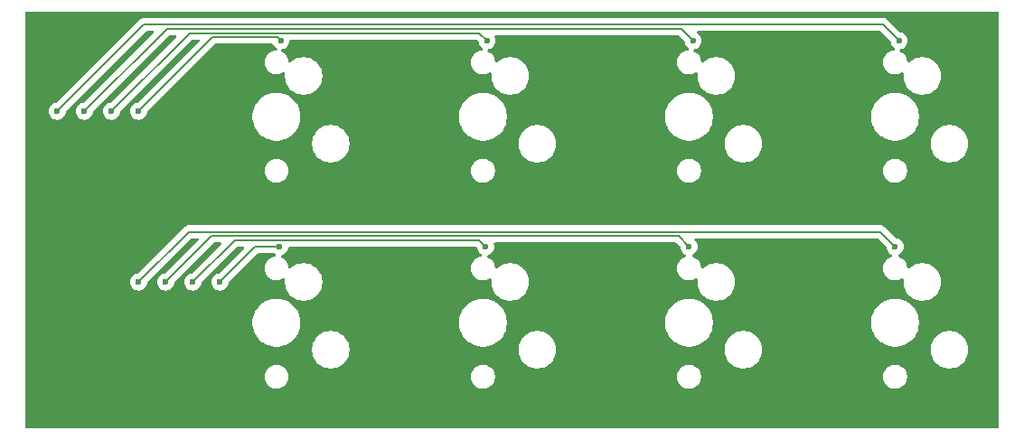
<source format=gbr>
G04 #@! TF.GenerationSoftware,KiCad,Pcbnew,8.0.6*
G04 #@! TF.CreationDate,2025-06-28T13:01:24+01:00*
G04 #@! TF.ProjectId,2x4,3278342e-6b69-4636-9164-5f7063625858,0.2*
G04 #@! TF.SameCoordinates,Original*
G04 #@! TF.FileFunction,Copper,L1,Top*
G04 #@! TF.FilePolarity,Positive*
%FSLAX46Y46*%
G04 Gerber Fmt 4.6, Leading zero omitted, Abs format (unit mm)*
G04 Created by KiCad (PCBNEW 8.0.6) date 2025-06-28 13:01:24*
%MOMM*%
%LPD*%
G01*
G04 APERTURE LIST*
G04 #@! TA.AperFunction,ViaPad*
%ADD10C,0.600000*%
G04 #@! TD*
G04 #@! TA.AperFunction,Conductor*
%ADD11C,0.200000*%
G04 #@! TD*
G04 APERTURE END LIST*
D10*
X69088000Y-50800000D03*
X82423000Y-44196000D03*
X64008000Y-50800000D03*
X121031000Y-44196000D03*
X140335000Y-44196000D03*
X61468000Y-50800000D03*
X101727000Y-44196000D03*
X66548000Y-50800000D03*
X74168000Y-66802000D03*
X101600000Y-63500000D03*
X76708000Y-66802000D03*
X82296000Y-63500000D03*
X71628000Y-66802000D03*
X120650000Y-63500000D03*
X139954000Y-63500000D03*
X69088000Y-66802000D03*
D11*
X82423000Y-44196000D02*
X82099000Y-43872000D01*
X82099000Y-43872000D02*
X76016000Y-43872000D01*
X76016000Y-43872000D02*
X69088000Y-50800000D01*
X71736000Y-43072000D02*
X64008000Y-50800000D01*
X119907000Y-43072000D02*
X71736000Y-43072000D01*
X121031000Y-44196000D02*
X119907000Y-43072000D01*
X69596000Y-42672000D02*
X61468000Y-50800000D01*
X140335000Y-44196000D02*
X138811000Y-42672000D01*
X138811000Y-42672000D02*
X69596000Y-42672000D01*
X73876000Y-43472000D02*
X66548000Y-50800000D01*
X101727000Y-44196000D02*
X101003000Y-43472000D01*
X101003000Y-43472000D02*
X73876000Y-43472000D01*
X74168000Y-66802000D02*
X78070000Y-62900000D01*
X78070000Y-62900000D02*
X101000000Y-62900000D01*
X101000000Y-62900000D02*
X101600000Y-63500000D01*
X76708000Y-66802000D02*
X80010000Y-63500000D01*
X80010000Y-63500000D02*
X82296000Y-63500000D01*
X119650000Y-62500000D02*
X75930000Y-62500000D01*
X120650000Y-63500000D02*
X119650000Y-62500000D01*
X75930000Y-62500000D02*
X71628000Y-66802000D01*
X138554000Y-62100000D02*
X73790000Y-62100000D01*
X73790000Y-62100000D02*
X69088000Y-66802000D01*
X139954000Y-63500000D02*
X138554000Y-62100000D01*
G04 #@! TA.AperFunction,NonConductor*
G36*
X149627539Y-41478185D02*
G01*
X149673294Y-41530989D01*
X149684500Y-41582500D01*
X149684500Y-80407500D01*
X149664815Y-80474539D01*
X149612011Y-80520294D01*
X149560500Y-80531500D01*
X58607500Y-80531500D01*
X58540461Y-80511815D01*
X58494706Y-80459011D01*
X58483500Y-80407500D01*
X58483500Y-75603421D01*
X80873434Y-75603421D01*
X80873434Y-75780578D01*
X80901148Y-75955556D01*
X80955890Y-76124039D01*
X80955891Y-76124042D01*
X81036320Y-76281890D01*
X81140451Y-76425214D01*
X81265720Y-76550483D01*
X81409044Y-76654614D01*
X81486463Y-76694061D01*
X81566891Y-76735042D01*
X81566894Y-76735043D01*
X81651135Y-76762414D01*
X81735379Y-76789786D01*
X81910355Y-76817500D01*
X81910356Y-76817500D01*
X82087512Y-76817500D01*
X82087513Y-76817500D01*
X82262489Y-76789786D01*
X82430976Y-76735042D01*
X82588824Y-76654614D01*
X82732148Y-76550483D01*
X82857417Y-76425214D01*
X82961548Y-76281890D01*
X83041976Y-76124042D01*
X83096720Y-75955555D01*
X83124434Y-75780579D01*
X83124434Y-75603421D01*
X100220500Y-75603421D01*
X100220500Y-75780578D01*
X100248214Y-75955556D01*
X100302956Y-76124039D01*
X100302957Y-76124042D01*
X100383386Y-76281890D01*
X100487517Y-76425214D01*
X100612786Y-76550483D01*
X100756110Y-76654614D01*
X100833529Y-76694061D01*
X100913957Y-76735042D01*
X100913960Y-76735043D01*
X100998201Y-76762414D01*
X101082445Y-76789786D01*
X101257421Y-76817500D01*
X101257422Y-76817500D01*
X101434578Y-76817500D01*
X101434579Y-76817500D01*
X101609555Y-76789786D01*
X101778042Y-76735042D01*
X101935890Y-76654614D01*
X102079214Y-76550483D01*
X102204483Y-76425214D01*
X102308614Y-76281890D01*
X102389042Y-76124042D01*
X102443786Y-75955555D01*
X102471500Y-75780579D01*
X102471500Y-75603421D01*
X119524500Y-75603421D01*
X119524500Y-75780578D01*
X119552214Y-75955556D01*
X119606956Y-76124039D01*
X119606957Y-76124042D01*
X119687386Y-76281890D01*
X119791517Y-76425214D01*
X119916786Y-76550483D01*
X120060110Y-76654614D01*
X120137529Y-76694061D01*
X120217957Y-76735042D01*
X120217960Y-76735043D01*
X120302201Y-76762414D01*
X120386445Y-76789786D01*
X120561421Y-76817500D01*
X120561422Y-76817500D01*
X120738578Y-76817500D01*
X120738579Y-76817500D01*
X120913555Y-76789786D01*
X121082042Y-76735042D01*
X121239890Y-76654614D01*
X121383214Y-76550483D01*
X121508483Y-76425214D01*
X121612614Y-76281890D01*
X121693042Y-76124042D01*
X121747786Y-75955555D01*
X121775500Y-75780579D01*
X121775500Y-75603421D01*
X138828500Y-75603421D01*
X138828500Y-75780578D01*
X138856214Y-75955556D01*
X138910956Y-76124039D01*
X138910957Y-76124042D01*
X138991386Y-76281890D01*
X139095517Y-76425214D01*
X139220786Y-76550483D01*
X139364110Y-76654614D01*
X139441529Y-76694061D01*
X139521957Y-76735042D01*
X139521960Y-76735043D01*
X139606201Y-76762414D01*
X139690445Y-76789786D01*
X139865421Y-76817500D01*
X139865422Y-76817500D01*
X140042578Y-76817500D01*
X140042579Y-76817500D01*
X140217555Y-76789786D01*
X140386042Y-76735042D01*
X140543890Y-76654614D01*
X140687214Y-76550483D01*
X140812483Y-76425214D01*
X140916614Y-76281890D01*
X140997042Y-76124042D01*
X141051786Y-75955555D01*
X141079500Y-75780579D01*
X141079500Y-75603421D01*
X141051786Y-75428445D01*
X140997042Y-75259958D01*
X140997042Y-75259957D01*
X140916613Y-75102109D01*
X140812483Y-74958786D01*
X140687214Y-74833517D01*
X140543890Y-74729386D01*
X140535953Y-74725342D01*
X140386042Y-74648957D01*
X140386039Y-74648956D01*
X140217556Y-74594214D01*
X140130067Y-74580357D01*
X140042579Y-74566500D01*
X139865421Y-74566500D01*
X139807095Y-74575738D01*
X139690443Y-74594214D01*
X139521960Y-74648956D01*
X139521957Y-74648957D01*
X139364109Y-74729386D01*
X139282338Y-74788796D01*
X139220786Y-74833517D01*
X139220784Y-74833519D01*
X139220783Y-74833519D01*
X139095519Y-74958783D01*
X139095519Y-74958784D01*
X139095517Y-74958786D01*
X139050796Y-75020338D01*
X138991386Y-75102109D01*
X138910957Y-75259957D01*
X138910956Y-75259960D01*
X138856214Y-75428443D01*
X138828500Y-75603421D01*
X121775500Y-75603421D01*
X121747786Y-75428445D01*
X121693042Y-75259958D01*
X121693042Y-75259957D01*
X121612613Y-75102109D01*
X121508483Y-74958786D01*
X121383214Y-74833517D01*
X121239890Y-74729386D01*
X121231953Y-74725342D01*
X121082042Y-74648957D01*
X121082039Y-74648956D01*
X120913556Y-74594214D01*
X120826067Y-74580357D01*
X120738579Y-74566500D01*
X120561421Y-74566500D01*
X120503095Y-74575738D01*
X120386443Y-74594214D01*
X120217960Y-74648956D01*
X120217957Y-74648957D01*
X120060109Y-74729386D01*
X119978338Y-74788796D01*
X119916786Y-74833517D01*
X119916784Y-74833519D01*
X119916783Y-74833519D01*
X119791519Y-74958783D01*
X119791519Y-74958784D01*
X119791517Y-74958786D01*
X119746796Y-75020338D01*
X119687386Y-75102109D01*
X119606957Y-75259957D01*
X119606956Y-75259960D01*
X119552214Y-75428443D01*
X119524500Y-75603421D01*
X102471500Y-75603421D01*
X102443786Y-75428445D01*
X102389042Y-75259958D01*
X102389042Y-75259957D01*
X102308613Y-75102109D01*
X102204483Y-74958786D01*
X102079214Y-74833517D01*
X101935890Y-74729386D01*
X101927953Y-74725342D01*
X101778042Y-74648957D01*
X101778039Y-74648956D01*
X101609556Y-74594214D01*
X101522067Y-74580357D01*
X101434579Y-74566500D01*
X101257421Y-74566500D01*
X101199095Y-74575738D01*
X101082443Y-74594214D01*
X100913960Y-74648956D01*
X100913957Y-74648957D01*
X100756109Y-74729386D01*
X100674338Y-74788796D01*
X100612786Y-74833517D01*
X100612784Y-74833519D01*
X100612783Y-74833519D01*
X100487519Y-74958783D01*
X100487519Y-74958784D01*
X100487517Y-74958786D01*
X100442796Y-75020338D01*
X100383386Y-75102109D01*
X100302957Y-75259957D01*
X100302956Y-75259960D01*
X100248214Y-75428443D01*
X100220500Y-75603421D01*
X83124434Y-75603421D01*
X83096720Y-75428445D01*
X83041976Y-75259958D01*
X83041976Y-75259957D01*
X82961547Y-75102109D01*
X82857417Y-74958786D01*
X82732148Y-74833517D01*
X82588824Y-74729386D01*
X82580887Y-74725342D01*
X82430976Y-74648957D01*
X82430973Y-74648956D01*
X82262490Y-74594214D01*
X82175001Y-74580357D01*
X82087513Y-74566500D01*
X81910355Y-74566500D01*
X81852029Y-74575738D01*
X81735377Y-74594214D01*
X81566894Y-74648956D01*
X81566891Y-74648957D01*
X81409043Y-74729386D01*
X81327272Y-74788796D01*
X81265720Y-74833517D01*
X81265718Y-74833519D01*
X81265717Y-74833519D01*
X81140453Y-74958783D01*
X81140453Y-74958784D01*
X81140451Y-74958786D01*
X81095730Y-75020338D01*
X81036320Y-75102109D01*
X80955891Y-75259957D01*
X80955890Y-75259960D01*
X80901148Y-75428443D01*
X80873434Y-75603421D01*
X58483500Y-75603421D01*
X58483500Y-73037258D01*
X85328434Y-73037258D01*
X85328434Y-73266741D01*
X85353380Y-73456215D01*
X85358386Y-73494238D01*
X85358387Y-73494240D01*
X85417776Y-73715887D01*
X85505584Y-73927876D01*
X85505591Y-73927890D01*
X85620326Y-74126617D01*
X85760015Y-74308661D01*
X85760023Y-74308670D01*
X85922264Y-74470911D01*
X85922272Y-74470918D01*
X86104316Y-74610607D01*
X86104319Y-74610608D01*
X86104322Y-74610611D01*
X86303046Y-74725344D01*
X86303051Y-74725346D01*
X86303057Y-74725349D01*
X86394414Y-74763190D01*
X86515047Y-74813158D01*
X86736696Y-74872548D01*
X86964200Y-74902500D01*
X86964207Y-74902500D01*
X87193661Y-74902500D01*
X87193668Y-74902500D01*
X87421172Y-74872548D01*
X87642821Y-74813158D01*
X87854822Y-74725344D01*
X88053546Y-74610611D01*
X88235595Y-74470919D01*
X88235599Y-74470914D01*
X88235604Y-74470911D01*
X88397845Y-74308670D01*
X88397848Y-74308665D01*
X88397853Y-74308661D01*
X88537545Y-74126612D01*
X88652278Y-73927888D01*
X88740092Y-73715887D01*
X88799482Y-73494238D01*
X88829434Y-73266734D01*
X88829434Y-73037266D01*
X88829433Y-73037258D01*
X104675500Y-73037258D01*
X104675500Y-73266741D01*
X104700446Y-73456215D01*
X104705452Y-73494238D01*
X104705453Y-73494240D01*
X104764842Y-73715887D01*
X104852650Y-73927876D01*
X104852657Y-73927890D01*
X104967392Y-74126617D01*
X105107081Y-74308661D01*
X105107089Y-74308670D01*
X105269330Y-74470911D01*
X105269338Y-74470918D01*
X105451382Y-74610607D01*
X105451385Y-74610608D01*
X105451388Y-74610611D01*
X105650112Y-74725344D01*
X105650117Y-74725346D01*
X105650123Y-74725349D01*
X105741480Y-74763190D01*
X105862113Y-74813158D01*
X106083762Y-74872548D01*
X106311266Y-74902500D01*
X106311273Y-74902500D01*
X106540727Y-74902500D01*
X106540734Y-74902500D01*
X106768238Y-74872548D01*
X106989887Y-74813158D01*
X107201888Y-74725344D01*
X107400612Y-74610611D01*
X107582661Y-74470919D01*
X107582665Y-74470914D01*
X107582670Y-74470911D01*
X107744911Y-74308670D01*
X107744914Y-74308665D01*
X107744919Y-74308661D01*
X107884611Y-74126612D01*
X107999344Y-73927888D01*
X108087158Y-73715887D01*
X108146548Y-73494238D01*
X108176500Y-73266734D01*
X108176500Y-73037266D01*
X108176499Y-73037258D01*
X123979500Y-73037258D01*
X123979500Y-73266741D01*
X124004446Y-73456215D01*
X124009452Y-73494238D01*
X124009453Y-73494240D01*
X124068842Y-73715887D01*
X124156650Y-73927876D01*
X124156657Y-73927890D01*
X124271392Y-74126617D01*
X124411081Y-74308661D01*
X124411089Y-74308670D01*
X124573330Y-74470911D01*
X124573338Y-74470918D01*
X124755382Y-74610607D01*
X124755385Y-74610608D01*
X124755388Y-74610611D01*
X124954112Y-74725344D01*
X124954117Y-74725346D01*
X124954123Y-74725349D01*
X125045480Y-74763190D01*
X125166113Y-74813158D01*
X125387762Y-74872548D01*
X125615266Y-74902500D01*
X125615273Y-74902500D01*
X125844727Y-74902500D01*
X125844734Y-74902500D01*
X126072238Y-74872548D01*
X126293887Y-74813158D01*
X126505888Y-74725344D01*
X126704612Y-74610611D01*
X126886661Y-74470919D01*
X126886665Y-74470914D01*
X126886670Y-74470911D01*
X127048911Y-74308670D01*
X127048914Y-74308665D01*
X127048919Y-74308661D01*
X127188611Y-74126612D01*
X127303344Y-73927888D01*
X127391158Y-73715887D01*
X127450548Y-73494238D01*
X127480500Y-73266734D01*
X127480500Y-73037266D01*
X127480499Y-73037258D01*
X143283500Y-73037258D01*
X143283500Y-73266741D01*
X143308446Y-73456215D01*
X143313452Y-73494238D01*
X143313453Y-73494240D01*
X143372842Y-73715887D01*
X143460650Y-73927876D01*
X143460657Y-73927890D01*
X143575392Y-74126617D01*
X143715081Y-74308661D01*
X143715089Y-74308670D01*
X143877330Y-74470911D01*
X143877338Y-74470918D01*
X144059382Y-74610607D01*
X144059385Y-74610608D01*
X144059388Y-74610611D01*
X144258112Y-74725344D01*
X144258117Y-74725346D01*
X144258123Y-74725349D01*
X144349480Y-74763190D01*
X144470113Y-74813158D01*
X144691762Y-74872548D01*
X144919266Y-74902500D01*
X144919273Y-74902500D01*
X145148727Y-74902500D01*
X145148734Y-74902500D01*
X145376238Y-74872548D01*
X145597887Y-74813158D01*
X145809888Y-74725344D01*
X146008612Y-74610611D01*
X146190661Y-74470919D01*
X146190665Y-74470914D01*
X146190670Y-74470911D01*
X146352911Y-74308670D01*
X146352914Y-74308665D01*
X146352919Y-74308661D01*
X146492611Y-74126612D01*
X146607344Y-73927888D01*
X146695158Y-73715887D01*
X146754548Y-73494238D01*
X146784500Y-73266734D01*
X146784500Y-73037266D01*
X146754548Y-72809762D01*
X146695158Y-72588113D01*
X146607344Y-72376112D01*
X146492611Y-72177388D01*
X146492608Y-72177385D01*
X146492607Y-72177382D01*
X146352918Y-71995338D01*
X146352911Y-71995330D01*
X146190670Y-71833089D01*
X146190661Y-71833081D01*
X146008617Y-71693392D01*
X145809890Y-71578657D01*
X145809876Y-71578650D01*
X145597887Y-71490842D01*
X145376238Y-71431452D01*
X145338215Y-71426446D01*
X145148741Y-71401500D01*
X145148734Y-71401500D01*
X144919266Y-71401500D01*
X144919258Y-71401500D01*
X144702715Y-71430009D01*
X144691762Y-71431452D01*
X144598076Y-71456554D01*
X144470112Y-71490842D01*
X144258123Y-71578650D01*
X144258109Y-71578657D01*
X144059382Y-71693392D01*
X143877338Y-71833081D01*
X143715081Y-71995338D01*
X143575392Y-72177382D01*
X143460657Y-72376109D01*
X143460650Y-72376123D01*
X143372842Y-72588112D01*
X143313453Y-72809759D01*
X143313451Y-72809770D01*
X143283500Y-73037258D01*
X127480499Y-73037258D01*
X127450548Y-72809762D01*
X127391158Y-72588113D01*
X127303344Y-72376112D01*
X127188611Y-72177388D01*
X127188608Y-72177385D01*
X127188607Y-72177382D01*
X127048918Y-71995338D01*
X127048911Y-71995330D01*
X126886670Y-71833089D01*
X126886661Y-71833081D01*
X126704617Y-71693392D01*
X126505890Y-71578657D01*
X126505876Y-71578650D01*
X126293887Y-71490842D01*
X126072238Y-71431452D01*
X126034215Y-71426446D01*
X125844741Y-71401500D01*
X125844734Y-71401500D01*
X125615266Y-71401500D01*
X125615258Y-71401500D01*
X125398715Y-71430009D01*
X125387762Y-71431452D01*
X125294076Y-71456554D01*
X125166112Y-71490842D01*
X124954123Y-71578650D01*
X124954109Y-71578657D01*
X124755382Y-71693392D01*
X124573338Y-71833081D01*
X124411081Y-71995338D01*
X124271392Y-72177382D01*
X124156657Y-72376109D01*
X124156650Y-72376123D01*
X124068842Y-72588112D01*
X124009453Y-72809759D01*
X124009451Y-72809770D01*
X123979500Y-73037258D01*
X108176499Y-73037258D01*
X108146548Y-72809762D01*
X108087158Y-72588113D01*
X107999344Y-72376112D01*
X107884611Y-72177388D01*
X107884608Y-72177385D01*
X107884607Y-72177382D01*
X107744918Y-71995338D01*
X107744911Y-71995330D01*
X107582670Y-71833089D01*
X107582661Y-71833081D01*
X107400617Y-71693392D01*
X107201890Y-71578657D01*
X107201876Y-71578650D01*
X106989887Y-71490842D01*
X106768238Y-71431452D01*
X106730215Y-71426446D01*
X106540741Y-71401500D01*
X106540734Y-71401500D01*
X106311266Y-71401500D01*
X106311258Y-71401500D01*
X106094715Y-71430009D01*
X106083762Y-71431452D01*
X105990076Y-71456554D01*
X105862112Y-71490842D01*
X105650123Y-71578650D01*
X105650109Y-71578657D01*
X105451382Y-71693392D01*
X105269338Y-71833081D01*
X105107081Y-71995338D01*
X104967392Y-72177382D01*
X104852657Y-72376109D01*
X104852650Y-72376123D01*
X104764842Y-72588112D01*
X104705453Y-72809759D01*
X104705451Y-72809770D01*
X104675500Y-73037258D01*
X88829433Y-73037258D01*
X88799482Y-72809762D01*
X88740092Y-72588113D01*
X88652278Y-72376112D01*
X88537545Y-72177388D01*
X88537542Y-72177385D01*
X88537541Y-72177382D01*
X88397852Y-71995338D01*
X88397845Y-71995330D01*
X88235604Y-71833089D01*
X88235595Y-71833081D01*
X88053551Y-71693392D01*
X87854824Y-71578657D01*
X87854810Y-71578650D01*
X87642821Y-71490842D01*
X87421172Y-71431452D01*
X87383149Y-71426446D01*
X87193675Y-71401500D01*
X87193668Y-71401500D01*
X86964200Y-71401500D01*
X86964192Y-71401500D01*
X86747649Y-71430009D01*
X86736696Y-71431452D01*
X86643010Y-71456554D01*
X86515046Y-71490842D01*
X86303057Y-71578650D01*
X86303043Y-71578657D01*
X86104316Y-71693392D01*
X85922272Y-71833081D01*
X85760015Y-71995338D01*
X85620326Y-72177382D01*
X85505591Y-72376109D01*
X85505584Y-72376123D01*
X85417776Y-72588112D01*
X85358387Y-72809759D01*
X85358385Y-72809770D01*
X85328434Y-73037258D01*
X58483500Y-73037258D01*
X58483500Y-70464900D01*
X79754534Y-70464900D01*
X79754534Y-70759099D01*
X79754535Y-70759116D01*
X79792935Y-71050796D01*
X79869086Y-71334994D01*
X79981668Y-71606794D01*
X79981676Y-71606810D01*
X80128774Y-71861589D01*
X80128785Y-71861605D01*
X80307882Y-72095009D01*
X80307888Y-72095016D01*
X80515917Y-72303045D01*
X80515924Y-72303051D01*
X80682139Y-72430592D01*
X80749337Y-72482155D01*
X80749344Y-72482159D01*
X81004123Y-72629257D01*
X81004139Y-72629265D01*
X81275939Y-72741847D01*
X81275941Y-72741847D01*
X81275947Y-72741850D01*
X81560134Y-72817998D01*
X81851828Y-72856400D01*
X81851835Y-72856400D01*
X82146033Y-72856400D01*
X82146040Y-72856400D01*
X82437734Y-72817998D01*
X82721921Y-72741850D01*
X82795252Y-72711475D01*
X82993728Y-72629265D01*
X82993731Y-72629263D01*
X82993737Y-72629261D01*
X83248531Y-72482155D01*
X83481945Y-72303050D01*
X83689984Y-72095011D01*
X83869089Y-71861597D01*
X84016195Y-71606803D01*
X84027854Y-71578657D01*
X84128781Y-71334994D01*
X84128780Y-71334994D01*
X84128784Y-71334987D01*
X84204932Y-71050800D01*
X84243334Y-70759106D01*
X84243334Y-70464900D01*
X99101600Y-70464900D01*
X99101600Y-70759099D01*
X99101601Y-70759116D01*
X99140001Y-71050796D01*
X99216152Y-71334994D01*
X99328734Y-71606794D01*
X99328742Y-71606810D01*
X99475840Y-71861589D01*
X99475851Y-71861605D01*
X99654948Y-72095009D01*
X99654954Y-72095016D01*
X99862983Y-72303045D01*
X99862990Y-72303051D01*
X100029205Y-72430592D01*
X100096403Y-72482155D01*
X100096410Y-72482159D01*
X100351189Y-72629257D01*
X100351205Y-72629265D01*
X100623005Y-72741847D01*
X100623007Y-72741847D01*
X100623013Y-72741850D01*
X100907200Y-72817998D01*
X101198894Y-72856400D01*
X101198901Y-72856400D01*
X101493099Y-72856400D01*
X101493106Y-72856400D01*
X101784800Y-72817998D01*
X102068987Y-72741850D01*
X102142318Y-72711475D01*
X102340794Y-72629265D01*
X102340797Y-72629263D01*
X102340803Y-72629261D01*
X102595597Y-72482155D01*
X102829011Y-72303050D01*
X103037050Y-72095011D01*
X103216155Y-71861597D01*
X103363261Y-71606803D01*
X103374920Y-71578657D01*
X103475847Y-71334994D01*
X103475846Y-71334994D01*
X103475850Y-71334987D01*
X103551998Y-71050800D01*
X103590400Y-70759106D01*
X103590400Y-70464900D01*
X118405600Y-70464900D01*
X118405600Y-70759099D01*
X118405601Y-70759116D01*
X118444001Y-71050796D01*
X118520152Y-71334994D01*
X118632734Y-71606794D01*
X118632742Y-71606810D01*
X118779840Y-71861589D01*
X118779851Y-71861605D01*
X118958948Y-72095009D01*
X118958954Y-72095016D01*
X119166983Y-72303045D01*
X119166990Y-72303051D01*
X119333205Y-72430592D01*
X119400403Y-72482155D01*
X119400410Y-72482159D01*
X119655189Y-72629257D01*
X119655205Y-72629265D01*
X119927005Y-72741847D01*
X119927007Y-72741847D01*
X119927013Y-72741850D01*
X120211200Y-72817998D01*
X120502894Y-72856400D01*
X120502901Y-72856400D01*
X120797099Y-72856400D01*
X120797106Y-72856400D01*
X121088800Y-72817998D01*
X121372987Y-72741850D01*
X121446318Y-72711475D01*
X121644794Y-72629265D01*
X121644797Y-72629263D01*
X121644803Y-72629261D01*
X121899597Y-72482155D01*
X122133011Y-72303050D01*
X122341050Y-72095011D01*
X122520155Y-71861597D01*
X122667261Y-71606803D01*
X122678920Y-71578657D01*
X122779847Y-71334994D01*
X122779846Y-71334994D01*
X122779850Y-71334987D01*
X122855998Y-71050800D01*
X122894400Y-70759106D01*
X122894400Y-70464900D01*
X137709600Y-70464900D01*
X137709600Y-70759099D01*
X137709601Y-70759116D01*
X137748001Y-71050796D01*
X137824152Y-71334994D01*
X137936734Y-71606794D01*
X137936742Y-71606810D01*
X138083840Y-71861589D01*
X138083851Y-71861605D01*
X138262948Y-72095009D01*
X138262954Y-72095016D01*
X138470983Y-72303045D01*
X138470990Y-72303051D01*
X138637205Y-72430592D01*
X138704403Y-72482155D01*
X138704410Y-72482159D01*
X138959189Y-72629257D01*
X138959205Y-72629265D01*
X139231005Y-72741847D01*
X139231007Y-72741847D01*
X139231013Y-72741850D01*
X139515200Y-72817998D01*
X139806894Y-72856400D01*
X139806901Y-72856400D01*
X140101099Y-72856400D01*
X140101106Y-72856400D01*
X140392800Y-72817998D01*
X140676987Y-72741850D01*
X140750318Y-72711475D01*
X140948794Y-72629265D01*
X140948797Y-72629263D01*
X140948803Y-72629261D01*
X141203597Y-72482155D01*
X141437011Y-72303050D01*
X141645050Y-72095011D01*
X141824155Y-71861597D01*
X141971261Y-71606803D01*
X141982920Y-71578657D01*
X142083847Y-71334994D01*
X142083846Y-71334994D01*
X142083850Y-71334987D01*
X142159998Y-71050800D01*
X142198400Y-70759106D01*
X142198400Y-70464894D01*
X142159998Y-70173200D01*
X142083850Y-69889013D01*
X142083847Y-69889005D01*
X141971265Y-69617205D01*
X141971257Y-69617189D01*
X141824159Y-69362410D01*
X141824155Y-69362403D01*
X141645050Y-69128989D01*
X141645045Y-69128983D01*
X141437016Y-68920954D01*
X141437009Y-68920948D01*
X141203605Y-68741851D01*
X141203603Y-68741849D01*
X141203597Y-68741845D01*
X141203592Y-68741842D01*
X141203589Y-68741840D01*
X140948810Y-68594742D01*
X140948794Y-68594734D01*
X140676994Y-68482152D01*
X140392796Y-68406001D01*
X140101116Y-68367601D01*
X140101111Y-68367600D01*
X140101106Y-68367600D01*
X139806894Y-68367600D01*
X139806888Y-68367600D01*
X139806883Y-68367601D01*
X139515203Y-68406001D01*
X139231005Y-68482152D01*
X138959205Y-68594734D01*
X138959189Y-68594742D01*
X138704410Y-68741840D01*
X138704394Y-68741851D01*
X138470990Y-68920948D01*
X138470983Y-68920954D01*
X138262954Y-69128983D01*
X138262948Y-69128990D01*
X138083851Y-69362394D01*
X138083840Y-69362410D01*
X137936742Y-69617189D01*
X137936734Y-69617205D01*
X137824152Y-69889005D01*
X137748001Y-70173203D01*
X137709601Y-70464883D01*
X137709600Y-70464900D01*
X122894400Y-70464900D01*
X122894400Y-70464894D01*
X122855998Y-70173200D01*
X122779850Y-69889013D01*
X122779847Y-69889005D01*
X122667265Y-69617205D01*
X122667257Y-69617189D01*
X122520159Y-69362410D01*
X122520155Y-69362403D01*
X122341050Y-69128989D01*
X122341045Y-69128983D01*
X122133016Y-68920954D01*
X122133009Y-68920948D01*
X121899605Y-68741851D01*
X121899603Y-68741849D01*
X121899597Y-68741845D01*
X121899592Y-68741842D01*
X121899589Y-68741840D01*
X121644810Y-68594742D01*
X121644794Y-68594734D01*
X121372994Y-68482152D01*
X121088796Y-68406001D01*
X120797116Y-68367601D01*
X120797111Y-68367600D01*
X120797106Y-68367600D01*
X120502894Y-68367600D01*
X120502888Y-68367600D01*
X120502883Y-68367601D01*
X120211203Y-68406001D01*
X119927005Y-68482152D01*
X119655205Y-68594734D01*
X119655189Y-68594742D01*
X119400410Y-68741840D01*
X119400394Y-68741851D01*
X119166990Y-68920948D01*
X119166983Y-68920954D01*
X118958954Y-69128983D01*
X118958948Y-69128990D01*
X118779851Y-69362394D01*
X118779840Y-69362410D01*
X118632742Y-69617189D01*
X118632734Y-69617205D01*
X118520152Y-69889005D01*
X118444001Y-70173203D01*
X118405601Y-70464883D01*
X118405600Y-70464900D01*
X103590400Y-70464900D01*
X103590400Y-70464894D01*
X103551998Y-70173200D01*
X103475850Y-69889013D01*
X103475847Y-69889005D01*
X103363265Y-69617205D01*
X103363257Y-69617189D01*
X103216159Y-69362410D01*
X103216155Y-69362403D01*
X103037050Y-69128989D01*
X103037045Y-69128983D01*
X102829016Y-68920954D01*
X102829009Y-68920948D01*
X102595605Y-68741851D01*
X102595603Y-68741849D01*
X102595597Y-68741845D01*
X102595592Y-68741842D01*
X102595589Y-68741840D01*
X102340810Y-68594742D01*
X102340794Y-68594734D01*
X102068994Y-68482152D01*
X101784796Y-68406001D01*
X101493116Y-68367601D01*
X101493111Y-68367600D01*
X101493106Y-68367600D01*
X101198894Y-68367600D01*
X101198888Y-68367600D01*
X101198883Y-68367601D01*
X100907203Y-68406001D01*
X100623005Y-68482152D01*
X100351205Y-68594734D01*
X100351189Y-68594742D01*
X100096410Y-68741840D01*
X100096394Y-68741851D01*
X99862990Y-68920948D01*
X99862983Y-68920954D01*
X99654954Y-69128983D01*
X99654948Y-69128990D01*
X99475851Y-69362394D01*
X99475840Y-69362410D01*
X99328742Y-69617189D01*
X99328734Y-69617205D01*
X99216152Y-69889005D01*
X99140001Y-70173203D01*
X99101601Y-70464883D01*
X99101600Y-70464900D01*
X84243334Y-70464900D01*
X84243334Y-70464894D01*
X84204932Y-70173200D01*
X84128784Y-69889013D01*
X84128781Y-69889005D01*
X84016199Y-69617205D01*
X84016191Y-69617189D01*
X83869093Y-69362410D01*
X83869089Y-69362403D01*
X83689984Y-69128989D01*
X83689979Y-69128983D01*
X83481950Y-68920954D01*
X83481943Y-68920948D01*
X83248539Y-68741851D01*
X83248537Y-68741849D01*
X83248531Y-68741845D01*
X83248526Y-68741842D01*
X83248523Y-68741840D01*
X82993744Y-68594742D01*
X82993728Y-68594734D01*
X82721928Y-68482152D01*
X82437730Y-68406001D01*
X82146050Y-68367601D01*
X82146045Y-68367600D01*
X82146040Y-68367600D01*
X81851828Y-68367600D01*
X81851822Y-68367600D01*
X81851817Y-68367601D01*
X81560137Y-68406001D01*
X81275939Y-68482152D01*
X81004139Y-68594734D01*
X81004123Y-68594742D01*
X80749344Y-68741840D01*
X80749328Y-68741851D01*
X80515924Y-68920948D01*
X80515917Y-68920954D01*
X80307888Y-69128983D01*
X80307882Y-69128990D01*
X80128785Y-69362394D01*
X80128774Y-69362410D01*
X79981676Y-69617189D01*
X79981668Y-69617205D01*
X79869086Y-69889005D01*
X79792935Y-70173203D01*
X79754535Y-70464883D01*
X79754534Y-70464900D01*
X58483500Y-70464900D01*
X58483500Y-66801996D01*
X68282435Y-66801996D01*
X68282435Y-66802003D01*
X68302630Y-66981249D01*
X68302631Y-66981254D01*
X68362211Y-67151523D01*
X68458184Y-67304262D01*
X68585738Y-67431816D01*
X68738478Y-67527789D01*
X68908745Y-67587368D01*
X68908750Y-67587369D01*
X69087996Y-67607565D01*
X69088000Y-67607565D01*
X69088004Y-67607565D01*
X69267249Y-67587369D01*
X69267252Y-67587368D01*
X69267255Y-67587368D01*
X69437522Y-67527789D01*
X69590262Y-67431816D01*
X69717816Y-67304262D01*
X69813789Y-67151522D01*
X69873368Y-66981255D01*
X69883161Y-66894329D01*
X69910226Y-66829918D01*
X69918690Y-66820543D01*
X74002416Y-62736819D01*
X74063739Y-62703334D01*
X74090097Y-62700500D01*
X74580902Y-62700500D01*
X74647941Y-62720185D01*
X74693696Y-62772989D01*
X74703640Y-62842147D01*
X74674615Y-62905703D01*
X74668583Y-62912181D01*
X71609465Y-65971298D01*
X71548142Y-66004783D01*
X71535668Y-66006837D01*
X71448750Y-66016630D01*
X71278478Y-66076210D01*
X71125737Y-66172184D01*
X70998184Y-66299737D01*
X70902211Y-66452476D01*
X70842631Y-66622745D01*
X70842630Y-66622750D01*
X70822435Y-66801996D01*
X70822435Y-66802003D01*
X70842630Y-66981249D01*
X70842631Y-66981254D01*
X70902211Y-67151523D01*
X70998184Y-67304262D01*
X71125738Y-67431816D01*
X71278478Y-67527789D01*
X71448745Y-67587368D01*
X71448750Y-67587369D01*
X71627996Y-67607565D01*
X71628000Y-67607565D01*
X71628004Y-67607565D01*
X71807249Y-67587369D01*
X71807252Y-67587368D01*
X71807255Y-67587368D01*
X71977522Y-67527789D01*
X72130262Y-67431816D01*
X72257816Y-67304262D01*
X72353789Y-67151522D01*
X72413368Y-66981255D01*
X72423161Y-66894329D01*
X72450226Y-66829918D01*
X72458690Y-66820543D01*
X76142417Y-63136819D01*
X76203740Y-63103334D01*
X76230098Y-63100500D01*
X76720903Y-63100500D01*
X76787942Y-63120185D01*
X76833697Y-63172989D01*
X76843641Y-63242147D01*
X76814616Y-63305703D01*
X76808584Y-63312181D01*
X74149465Y-65971298D01*
X74088142Y-66004783D01*
X74075668Y-66006837D01*
X73988750Y-66016630D01*
X73818478Y-66076210D01*
X73665737Y-66172184D01*
X73538184Y-66299737D01*
X73442211Y-66452476D01*
X73382631Y-66622745D01*
X73382630Y-66622750D01*
X73362435Y-66801996D01*
X73362435Y-66802003D01*
X73382630Y-66981249D01*
X73382631Y-66981254D01*
X73442211Y-67151523D01*
X73538184Y-67304262D01*
X73665738Y-67431816D01*
X73818478Y-67527789D01*
X73988745Y-67587368D01*
X73988750Y-67587369D01*
X74167996Y-67607565D01*
X74168000Y-67607565D01*
X74168004Y-67607565D01*
X74347249Y-67587369D01*
X74347252Y-67587368D01*
X74347255Y-67587368D01*
X74517522Y-67527789D01*
X74670262Y-67431816D01*
X74797816Y-67304262D01*
X74893789Y-67151522D01*
X74953368Y-66981255D01*
X74963161Y-66894329D01*
X74990226Y-66829918D01*
X74998690Y-66820543D01*
X78282416Y-63536819D01*
X78343739Y-63503334D01*
X78370097Y-63500500D01*
X78860903Y-63500500D01*
X78927942Y-63520185D01*
X78973697Y-63572989D01*
X78983641Y-63642147D01*
X78954616Y-63705703D01*
X78948584Y-63712181D01*
X76689465Y-65971298D01*
X76628142Y-66004783D01*
X76615668Y-66006837D01*
X76528750Y-66016630D01*
X76358478Y-66076210D01*
X76205737Y-66172184D01*
X76078184Y-66299737D01*
X75982211Y-66452476D01*
X75922631Y-66622745D01*
X75922630Y-66622750D01*
X75902435Y-66801996D01*
X75902435Y-66802003D01*
X75922630Y-66981249D01*
X75922631Y-66981254D01*
X75982211Y-67151523D01*
X76078184Y-67304262D01*
X76205738Y-67431816D01*
X76358478Y-67527789D01*
X76528745Y-67587368D01*
X76528750Y-67587369D01*
X76707996Y-67607565D01*
X76708000Y-67607565D01*
X76708004Y-67607565D01*
X76887249Y-67587369D01*
X76887252Y-67587368D01*
X76887255Y-67587368D01*
X77057522Y-67527789D01*
X77210262Y-67431816D01*
X77337816Y-67304262D01*
X77433789Y-67151522D01*
X77493368Y-66981255D01*
X77503161Y-66894329D01*
X77530226Y-66829918D01*
X77538690Y-66820543D01*
X80222416Y-64136819D01*
X80283739Y-64103334D01*
X80310097Y-64100500D01*
X81713588Y-64100500D01*
X81780627Y-64120185D01*
X81790903Y-64127555D01*
X81793736Y-64129814D01*
X81793738Y-64129816D01*
X81889151Y-64189768D01*
X81935442Y-64242103D01*
X81946090Y-64311157D01*
X81917715Y-64375005D01*
X81859325Y-64413377D01*
X81842577Y-64417235D01*
X81735377Y-64434214D01*
X81566894Y-64488956D01*
X81566891Y-64488957D01*
X81409043Y-64569386D01*
X81327272Y-64628796D01*
X81265720Y-64673517D01*
X81265718Y-64673519D01*
X81265717Y-64673519D01*
X81140453Y-64798783D01*
X81140453Y-64798784D01*
X81140451Y-64798786D01*
X81095730Y-64860338D01*
X81036320Y-64942109D01*
X80955891Y-65099957D01*
X80955890Y-65099960D01*
X80901148Y-65268443D01*
X80873434Y-65443421D01*
X80873434Y-65620578D01*
X80901148Y-65795556D01*
X80955890Y-65964039D01*
X80955891Y-65964042D01*
X81013045Y-66076211D01*
X81036320Y-66121890D01*
X81140451Y-66265214D01*
X81265720Y-66390483D01*
X81409044Y-66494614D01*
X81486463Y-66534061D01*
X81566891Y-66575042D01*
X81566894Y-66575043D01*
X81651135Y-66602414D01*
X81735379Y-66629786D01*
X81910355Y-66657500D01*
X81910356Y-66657500D01*
X82087512Y-66657500D01*
X82087513Y-66657500D01*
X82262489Y-66629786D01*
X82430976Y-66575042D01*
X82588824Y-66494614D01*
X82604095Y-66483518D01*
X82669898Y-66460038D01*
X82737952Y-66475862D01*
X82786649Y-66525966D01*
X82800526Y-66594443D01*
X82799920Y-66600022D01*
X82788434Y-66687258D01*
X82788434Y-66916741D01*
X82813380Y-67106215D01*
X82818386Y-67144238D01*
X82820338Y-67151522D01*
X82877776Y-67365887D01*
X82965584Y-67577876D01*
X82965591Y-67577890D01*
X83080326Y-67776617D01*
X83220015Y-67958661D01*
X83220023Y-67958670D01*
X83382264Y-68120911D01*
X83382272Y-68120918D01*
X83564316Y-68260607D01*
X83564319Y-68260608D01*
X83564322Y-68260611D01*
X83763046Y-68375344D01*
X83763051Y-68375346D01*
X83763057Y-68375349D01*
X83854414Y-68413190D01*
X83975047Y-68463158D01*
X84196696Y-68522548D01*
X84424200Y-68552500D01*
X84424207Y-68552500D01*
X84653661Y-68552500D01*
X84653668Y-68552500D01*
X84881172Y-68522548D01*
X85102821Y-68463158D01*
X85314822Y-68375344D01*
X85513546Y-68260611D01*
X85695595Y-68120919D01*
X85695599Y-68120914D01*
X85695604Y-68120911D01*
X85857845Y-67958670D01*
X85857848Y-67958665D01*
X85857853Y-67958661D01*
X85997545Y-67776612D01*
X86112278Y-67577888D01*
X86200092Y-67365887D01*
X86259482Y-67144238D01*
X86289434Y-66916734D01*
X86289434Y-66687266D01*
X86259482Y-66459762D01*
X86200092Y-66238113D01*
X86133030Y-66076211D01*
X86112283Y-66026123D01*
X86112280Y-66026117D01*
X86112278Y-66026112D01*
X85997545Y-65827388D01*
X85997542Y-65827385D01*
X85997541Y-65827382D01*
X85857852Y-65645338D01*
X85857845Y-65645330D01*
X85695604Y-65483089D01*
X85695595Y-65483081D01*
X85513551Y-65343392D01*
X85314824Y-65228657D01*
X85314810Y-65228650D01*
X85102821Y-65140842D01*
X84881172Y-65081452D01*
X84843149Y-65076446D01*
X84653675Y-65051500D01*
X84653668Y-65051500D01*
X84424200Y-65051500D01*
X84424192Y-65051500D01*
X84207649Y-65080009D01*
X84196696Y-65081452D01*
X84103010Y-65106554D01*
X83975046Y-65140842D01*
X83763057Y-65228650D01*
X83763043Y-65228657D01*
X83564316Y-65343392D01*
X83382272Y-65483081D01*
X83336115Y-65529238D01*
X83274792Y-65562723D01*
X83205100Y-65557739D01*
X83149167Y-65515867D01*
X83124750Y-65450403D01*
X83124555Y-65444967D01*
X83124434Y-65443423D01*
X83124434Y-65443421D01*
X83096720Y-65268445D01*
X83041976Y-65099958D01*
X83041976Y-65099957D01*
X82961547Y-64942109D01*
X82857417Y-64798786D01*
X82732148Y-64673517D01*
X82660486Y-64621451D01*
X82588822Y-64569384D01*
X82470609Y-64509151D01*
X82419814Y-64461177D01*
X82403019Y-64393356D01*
X82425557Y-64327221D01*
X82480272Y-64283770D01*
X82485939Y-64281629D01*
X82645522Y-64225789D01*
X82798262Y-64129816D01*
X82925816Y-64002262D01*
X83021789Y-63849522D01*
X83081368Y-63679255D01*
X83089102Y-63610617D01*
X83116168Y-63546203D01*
X83173763Y-63506648D01*
X83212322Y-63500500D01*
X100683678Y-63500500D01*
X100750717Y-63520185D01*
X100796472Y-63572989D01*
X100806898Y-63610617D01*
X100814630Y-63679249D01*
X100874210Y-63849521D01*
X100970184Y-64002262D01*
X101097738Y-64129816D01*
X101159926Y-64168891D01*
X101201821Y-64195216D01*
X101248112Y-64247551D01*
X101258760Y-64316605D01*
X101230385Y-64380453D01*
X101171995Y-64418825D01*
X101155247Y-64422683D01*
X101082443Y-64434214D01*
X100913960Y-64488956D01*
X100913957Y-64488957D01*
X100756109Y-64569386D01*
X100674338Y-64628796D01*
X100612786Y-64673517D01*
X100612784Y-64673519D01*
X100612783Y-64673519D01*
X100487519Y-64798783D01*
X100487519Y-64798784D01*
X100487517Y-64798786D01*
X100442796Y-64860338D01*
X100383386Y-64942109D01*
X100302957Y-65099957D01*
X100302956Y-65099960D01*
X100248214Y-65268443D01*
X100220500Y-65443421D01*
X100220500Y-65620578D01*
X100248214Y-65795556D01*
X100302956Y-65964039D01*
X100302957Y-65964042D01*
X100360111Y-66076211D01*
X100383386Y-66121890D01*
X100487517Y-66265214D01*
X100612786Y-66390483D01*
X100756110Y-66494614D01*
X100833529Y-66534061D01*
X100913957Y-66575042D01*
X100913960Y-66575043D01*
X100998201Y-66602414D01*
X101082445Y-66629786D01*
X101257421Y-66657500D01*
X101257422Y-66657500D01*
X101434578Y-66657500D01*
X101434579Y-66657500D01*
X101609555Y-66629786D01*
X101778042Y-66575042D01*
X101935890Y-66494614D01*
X101951161Y-66483518D01*
X102016964Y-66460038D01*
X102085018Y-66475862D01*
X102133715Y-66525966D01*
X102147592Y-66594443D01*
X102146986Y-66600022D01*
X102135500Y-66687258D01*
X102135500Y-66916741D01*
X102160446Y-67106215D01*
X102165452Y-67144238D01*
X102167404Y-67151522D01*
X102224842Y-67365887D01*
X102312650Y-67577876D01*
X102312657Y-67577890D01*
X102427392Y-67776617D01*
X102567081Y-67958661D01*
X102567089Y-67958670D01*
X102729330Y-68120911D01*
X102729338Y-68120918D01*
X102911382Y-68260607D01*
X102911385Y-68260608D01*
X102911388Y-68260611D01*
X103110112Y-68375344D01*
X103110117Y-68375346D01*
X103110123Y-68375349D01*
X103201480Y-68413190D01*
X103322113Y-68463158D01*
X103543762Y-68522548D01*
X103771266Y-68552500D01*
X103771273Y-68552500D01*
X104000727Y-68552500D01*
X104000734Y-68552500D01*
X104228238Y-68522548D01*
X104449887Y-68463158D01*
X104661888Y-68375344D01*
X104860612Y-68260611D01*
X105042661Y-68120919D01*
X105042665Y-68120914D01*
X105042670Y-68120911D01*
X105204911Y-67958670D01*
X105204914Y-67958665D01*
X105204919Y-67958661D01*
X105344611Y-67776612D01*
X105459344Y-67577888D01*
X105547158Y-67365887D01*
X105606548Y-67144238D01*
X105636500Y-66916734D01*
X105636500Y-66687266D01*
X105606548Y-66459762D01*
X105547158Y-66238113D01*
X105480096Y-66076211D01*
X105459349Y-66026123D01*
X105459346Y-66026117D01*
X105459344Y-66026112D01*
X105344611Y-65827388D01*
X105344608Y-65827385D01*
X105344607Y-65827382D01*
X105204918Y-65645338D01*
X105204911Y-65645330D01*
X105042670Y-65483089D01*
X105042661Y-65483081D01*
X104860617Y-65343392D01*
X104661890Y-65228657D01*
X104661876Y-65228650D01*
X104449887Y-65140842D01*
X104228238Y-65081452D01*
X104190215Y-65076446D01*
X104000741Y-65051500D01*
X104000734Y-65051500D01*
X103771266Y-65051500D01*
X103771258Y-65051500D01*
X103554715Y-65080009D01*
X103543762Y-65081452D01*
X103450076Y-65106554D01*
X103322112Y-65140842D01*
X103110123Y-65228650D01*
X103110109Y-65228657D01*
X102911382Y-65343392D01*
X102729338Y-65483081D01*
X102683181Y-65529238D01*
X102621858Y-65562723D01*
X102552166Y-65557739D01*
X102496233Y-65515867D01*
X102471816Y-65450403D01*
X102471621Y-65444967D01*
X102471500Y-65443423D01*
X102471500Y-65443421D01*
X102443786Y-65268445D01*
X102389042Y-65099958D01*
X102389042Y-65099957D01*
X102308613Y-64942109D01*
X102204483Y-64798786D01*
X102079214Y-64673517D01*
X102007552Y-64621451D01*
X101935888Y-64569384D01*
X101800141Y-64500217D01*
X101749346Y-64452243D01*
X101732551Y-64384422D01*
X101755089Y-64318287D01*
X101809804Y-64274836D01*
X101815473Y-64272694D01*
X101949522Y-64225789D01*
X102102262Y-64129816D01*
X102229816Y-64002262D01*
X102325789Y-63849522D01*
X102385368Y-63679255D01*
X102395162Y-63592330D01*
X102405565Y-63500003D01*
X102405565Y-63499996D01*
X102385369Y-63320750D01*
X102385366Y-63320737D01*
X102366022Y-63265455D01*
X102362460Y-63195676D01*
X102397188Y-63135049D01*
X102459182Y-63102821D01*
X102483063Y-63100500D01*
X119349903Y-63100500D01*
X119416942Y-63120185D01*
X119437584Y-63136819D01*
X119819298Y-63518533D01*
X119852783Y-63579856D01*
X119854837Y-63592330D01*
X119864630Y-63679249D01*
X119924210Y-63849521D01*
X120020184Y-64002262D01*
X120147738Y-64129816D01*
X120300478Y-64225789D01*
X120303790Y-64226948D01*
X120305645Y-64228278D01*
X120306753Y-64228812D01*
X120306659Y-64229005D01*
X120360569Y-64267666D01*
X120386320Y-64332617D01*
X120372868Y-64401179D01*
X120324484Y-64451585D01*
X120301162Y-64461923D01*
X120217957Y-64488958D01*
X120060109Y-64569386D01*
X119978338Y-64628796D01*
X119916786Y-64673517D01*
X119916784Y-64673519D01*
X119916783Y-64673519D01*
X119791519Y-64798783D01*
X119791519Y-64798784D01*
X119791517Y-64798786D01*
X119746796Y-64860338D01*
X119687386Y-64942109D01*
X119606957Y-65099957D01*
X119606956Y-65099960D01*
X119552214Y-65268443D01*
X119524500Y-65443421D01*
X119524500Y-65620578D01*
X119552214Y-65795556D01*
X119606956Y-65964039D01*
X119606957Y-65964042D01*
X119664111Y-66076211D01*
X119687386Y-66121890D01*
X119791517Y-66265214D01*
X119916786Y-66390483D01*
X120060110Y-66494614D01*
X120137529Y-66534061D01*
X120217957Y-66575042D01*
X120217960Y-66575043D01*
X120302201Y-66602414D01*
X120386445Y-66629786D01*
X120561421Y-66657500D01*
X120561422Y-66657500D01*
X120738578Y-66657500D01*
X120738579Y-66657500D01*
X120913555Y-66629786D01*
X121082042Y-66575042D01*
X121239890Y-66494614D01*
X121255161Y-66483518D01*
X121320964Y-66460038D01*
X121389018Y-66475862D01*
X121437715Y-66525966D01*
X121451592Y-66594443D01*
X121450986Y-66600022D01*
X121439500Y-66687258D01*
X121439500Y-66916741D01*
X121464446Y-67106215D01*
X121469452Y-67144238D01*
X121471404Y-67151522D01*
X121528842Y-67365887D01*
X121616650Y-67577876D01*
X121616657Y-67577890D01*
X121731392Y-67776617D01*
X121871081Y-67958661D01*
X121871089Y-67958670D01*
X122033330Y-68120911D01*
X122033338Y-68120918D01*
X122215382Y-68260607D01*
X122215385Y-68260608D01*
X122215388Y-68260611D01*
X122414112Y-68375344D01*
X122414117Y-68375346D01*
X122414123Y-68375349D01*
X122505480Y-68413190D01*
X122626113Y-68463158D01*
X122847762Y-68522548D01*
X123075266Y-68552500D01*
X123075273Y-68552500D01*
X123304727Y-68552500D01*
X123304734Y-68552500D01*
X123532238Y-68522548D01*
X123753887Y-68463158D01*
X123965888Y-68375344D01*
X124164612Y-68260611D01*
X124346661Y-68120919D01*
X124346665Y-68120914D01*
X124346670Y-68120911D01*
X124508911Y-67958670D01*
X124508914Y-67958665D01*
X124508919Y-67958661D01*
X124648611Y-67776612D01*
X124763344Y-67577888D01*
X124851158Y-67365887D01*
X124910548Y-67144238D01*
X124940500Y-66916734D01*
X124940500Y-66687266D01*
X124910548Y-66459762D01*
X124851158Y-66238113D01*
X124784096Y-66076211D01*
X124763349Y-66026123D01*
X124763346Y-66026117D01*
X124763344Y-66026112D01*
X124648611Y-65827388D01*
X124648608Y-65827385D01*
X124648607Y-65827382D01*
X124508918Y-65645338D01*
X124508911Y-65645330D01*
X124346670Y-65483089D01*
X124346661Y-65483081D01*
X124164617Y-65343392D01*
X123965890Y-65228657D01*
X123965876Y-65228650D01*
X123753887Y-65140842D01*
X123532238Y-65081452D01*
X123494215Y-65076446D01*
X123304741Y-65051500D01*
X123304734Y-65051500D01*
X123075266Y-65051500D01*
X123075258Y-65051500D01*
X122858715Y-65080009D01*
X122847762Y-65081452D01*
X122754076Y-65106554D01*
X122626112Y-65140842D01*
X122414123Y-65228650D01*
X122414109Y-65228657D01*
X122215382Y-65343392D01*
X122033338Y-65483081D01*
X121987181Y-65529238D01*
X121925858Y-65562723D01*
X121856166Y-65557739D01*
X121800233Y-65515867D01*
X121775816Y-65450403D01*
X121775621Y-65444967D01*
X121775500Y-65443423D01*
X121775500Y-65443421D01*
X121747786Y-65268445D01*
X121693042Y-65099958D01*
X121693042Y-65099957D01*
X121612613Y-64942109D01*
X121508483Y-64798786D01*
X121383214Y-64673517D01*
X121239890Y-64569386D01*
X121239886Y-64569384D01*
X121082042Y-64488957D01*
X121082039Y-64488956D01*
X120998838Y-64461923D01*
X120941162Y-64422486D01*
X120913964Y-64358127D01*
X120925879Y-64289281D01*
X120973123Y-64237805D01*
X120996213Y-64226947D01*
X120997113Y-64226631D01*
X120999522Y-64225789D01*
X121152262Y-64129816D01*
X121279816Y-64002262D01*
X121375789Y-63849522D01*
X121435368Y-63679255D01*
X121445162Y-63592330D01*
X121455565Y-63500003D01*
X121455565Y-63499996D01*
X121435369Y-63320750D01*
X121435368Y-63320745D01*
X121375788Y-63150476D01*
X121279815Y-62997737D01*
X121194259Y-62912181D01*
X121160774Y-62850858D01*
X121165758Y-62781166D01*
X121207630Y-62725233D01*
X121273094Y-62700816D01*
X121281940Y-62700500D01*
X138253903Y-62700500D01*
X138320942Y-62720185D01*
X138341584Y-62736819D01*
X139123298Y-63518533D01*
X139156783Y-63579856D01*
X139158837Y-63592330D01*
X139168630Y-63679249D01*
X139228210Y-63849521D01*
X139324184Y-64002262D01*
X139451738Y-64129816D01*
X139604478Y-64225789D01*
X139607790Y-64226948D01*
X139609645Y-64228278D01*
X139610753Y-64228812D01*
X139610659Y-64229005D01*
X139664569Y-64267666D01*
X139690320Y-64332617D01*
X139676868Y-64401179D01*
X139628484Y-64451585D01*
X139605162Y-64461923D01*
X139521957Y-64488958D01*
X139364109Y-64569386D01*
X139282338Y-64628796D01*
X139220786Y-64673517D01*
X139220784Y-64673519D01*
X139220783Y-64673519D01*
X139095519Y-64798783D01*
X139095519Y-64798784D01*
X139095517Y-64798786D01*
X139050796Y-64860338D01*
X138991386Y-64942109D01*
X138910957Y-65099957D01*
X138910956Y-65099960D01*
X138856214Y-65268443D01*
X138828500Y-65443421D01*
X138828500Y-65620578D01*
X138856214Y-65795556D01*
X138910956Y-65964039D01*
X138910957Y-65964042D01*
X138968111Y-66076211D01*
X138991386Y-66121890D01*
X139095517Y-66265214D01*
X139220786Y-66390483D01*
X139364110Y-66494614D01*
X139441529Y-66534061D01*
X139521957Y-66575042D01*
X139521960Y-66575043D01*
X139606201Y-66602414D01*
X139690445Y-66629786D01*
X139865421Y-66657500D01*
X139865422Y-66657500D01*
X140042578Y-66657500D01*
X140042579Y-66657500D01*
X140217555Y-66629786D01*
X140386042Y-66575042D01*
X140543890Y-66494614D01*
X140559161Y-66483518D01*
X140624964Y-66460038D01*
X140693018Y-66475862D01*
X140741715Y-66525966D01*
X140755592Y-66594443D01*
X140754986Y-66600022D01*
X140743500Y-66687258D01*
X140743500Y-66916741D01*
X140768446Y-67106215D01*
X140773452Y-67144238D01*
X140775404Y-67151522D01*
X140832842Y-67365887D01*
X140920650Y-67577876D01*
X140920657Y-67577890D01*
X141035392Y-67776617D01*
X141175081Y-67958661D01*
X141175089Y-67958670D01*
X141337330Y-68120911D01*
X141337338Y-68120918D01*
X141519382Y-68260607D01*
X141519385Y-68260608D01*
X141519388Y-68260611D01*
X141718112Y-68375344D01*
X141718117Y-68375346D01*
X141718123Y-68375349D01*
X141809480Y-68413190D01*
X141930113Y-68463158D01*
X142151762Y-68522548D01*
X142379266Y-68552500D01*
X142379273Y-68552500D01*
X142608727Y-68552500D01*
X142608734Y-68552500D01*
X142836238Y-68522548D01*
X143057887Y-68463158D01*
X143269888Y-68375344D01*
X143468612Y-68260611D01*
X143650661Y-68120919D01*
X143650665Y-68120914D01*
X143650670Y-68120911D01*
X143812911Y-67958670D01*
X143812914Y-67958665D01*
X143812919Y-67958661D01*
X143952611Y-67776612D01*
X144067344Y-67577888D01*
X144155158Y-67365887D01*
X144214548Y-67144238D01*
X144244500Y-66916734D01*
X144244500Y-66687266D01*
X144214548Y-66459762D01*
X144155158Y-66238113D01*
X144088096Y-66076211D01*
X144067349Y-66026123D01*
X144067346Y-66026117D01*
X144067344Y-66026112D01*
X143952611Y-65827388D01*
X143952608Y-65827385D01*
X143952607Y-65827382D01*
X143812918Y-65645338D01*
X143812911Y-65645330D01*
X143650670Y-65483089D01*
X143650661Y-65483081D01*
X143468617Y-65343392D01*
X143269890Y-65228657D01*
X143269876Y-65228650D01*
X143057887Y-65140842D01*
X142836238Y-65081452D01*
X142798215Y-65076446D01*
X142608741Y-65051500D01*
X142608734Y-65051500D01*
X142379266Y-65051500D01*
X142379258Y-65051500D01*
X142162715Y-65080009D01*
X142151762Y-65081452D01*
X142058076Y-65106554D01*
X141930112Y-65140842D01*
X141718123Y-65228650D01*
X141718109Y-65228657D01*
X141519382Y-65343392D01*
X141337338Y-65483081D01*
X141291181Y-65529238D01*
X141229858Y-65562723D01*
X141160166Y-65557739D01*
X141104233Y-65515867D01*
X141079816Y-65450403D01*
X141079621Y-65444967D01*
X141079500Y-65443423D01*
X141079500Y-65443421D01*
X141051786Y-65268445D01*
X140997042Y-65099958D01*
X140997042Y-65099957D01*
X140916613Y-64942109D01*
X140812483Y-64798786D01*
X140687214Y-64673517D01*
X140543890Y-64569386D01*
X140543886Y-64569384D01*
X140386042Y-64488957D01*
X140386039Y-64488956D01*
X140302838Y-64461923D01*
X140245162Y-64422486D01*
X140217964Y-64358127D01*
X140229879Y-64289281D01*
X140277123Y-64237805D01*
X140300213Y-64226947D01*
X140301113Y-64226631D01*
X140303522Y-64225789D01*
X140456262Y-64129816D01*
X140583816Y-64002262D01*
X140679789Y-63849522D01*
X140739368Y-63679255D01*
X140749162Y-63592330D01*
X140759565Y-63500003D01*
X140759565Y-63499996D01*
X140739369Y-63320750D01*
X140739368Y-63320745D01*
X140679788Y-63150476D01*
X140583815Y-62997737D01*
X140456262Y-62870184D01*
X140303521Y-62774210D01*
X140155849Y-62722538D01*
X140133255Y-62714632D01*
X140133254Y-62714631D01*
X140133249Y-62714630D01*
X140046330Y-62704837D01*
X139981916Y-62677770D01*
X139972533Y-62669298D01*
X139041590Y-61738355D01*
X139041588Y-61738352D01*
X138922717Y-61619481D01*
X138922716Y-61619480D01*
X138835904Y-61569360D01*
X138835904Y-61569359D01*
X138835900Y-61569358D01*
X138785785Y-61540423D01*
X138633057Y-61499499D01*
X138474943Y-61499499D01*
X138467347Y-61499499D01*
X138467331Y-61499500D01*
X73869057Y-61499500D01*
X73710943Y-61499500D01*
X73558215Y-61540423D01*
X73558214Y-61540423D01*
X73558212Y-61540424D01*
X73558209Y-61540425D01*
X73508096Y-61569359D01*
X73508095Y-61569360D01*
X73464689Y-61594420D01*
X73421285Y-61619479D01*
X73421282Y-61619481D01*
X73309478Y-61731286D01*
X69069465Y-65971298D01*
X69008142Y-66004783D01*
X68995668Y-66006837D01*
X68908750Y-66016630D01*
X68738478Y-66076210D01*
X68585737Y-66172184D01*
X68458184Y-66299737D01*
X68362211Y-66452476D01*
X68302631Y-66622745D01*
X68302630Y-66622750D01*
X68282435Y-66801996D01*
X58483500Y-66801996D01*
X58483500Y-56299421D01*
X80873434Y-56299421D01*
X80873434Y-56476578D01*
X80901148Y-56651556D01*
X80955890Y-56820039D01*
X80955891Y-56820042D01*
X81036320Y-56977890D01*
X81140451Y-57121214D01*
X81265720Y-57246483D01*
X81409044Y-57350614D01*
X81486463Y-57390061D01*
X81566891Y-57431042D01*
X81566894Y-57431043D01*
X81651135Y-57458414D01*
X81735379Y-57485786D01*
X81910355Y-57513500D01*
X81910356Y-57513500D01*
X82087512Y-57513500D01*
X82087513Y-57513500D01*
X82262489Y-57485786D01*
X82430976Y-57431042D01*
X82588824Y-57350614D01*
X82732148Y-57246483D01*
X82857417Y-57121214D01*
X82961548Y-56977890D01*
X83041976Y-56820042D01*
X83096720Y-56651555D01*
X83124434Y-56476579D01*
X83124434Y-56299421D01*
X100220500Y-56299421D01*
X100220500Y-56476578D01*
X100248214Y-56651556D01*
X100302956Y-56820039D01*
X100302957Y-56820042D01*
X100383386Y-56977890D01*
X100487517Y-57121214D01*
X100612786Y-57246483D01*
X100756110Y-57350614D01*
X100833529Y-57390061D01*
X100913957Y-57431042D01*
X100913960Y-57431043D01*
X100998201Y-57458414D01*
X101082445Y-57485786D01*
X101257421Y-57513500D01*
X101257422Y-57513500D01*
X101434578Y-57513500D01*
X101434579Y-57513500D01*
X101609555Y-57485786D01*
X101778042Y-57431042D01*
X101935890Y-57350614D01*
X102079214Y-57246483D01*
X102204483Y-57121214D01*
X102308614Y-56977890D01*
X102389042Y-56820042D01*
X102443786Y-56651555D01*
X102471500Y-56476579D01*
X102471500Y-56299421D01*
X119524500Y-56299421D01*
X119524500Y-56476578D01*
X119552214Y-56651556D01*
X119606956Y-56820039D01*
X119606957Y-56820042D01*
X119687386Y-56977890D01*
X119791517Y-57121214D01*
X119916786Y-57246483D01*
X120060110Y-57350614D01*
X120137529Y-57390061D01*
X120217957Y-57431042D01*
X120217960Y-57431043D01*
X120302201Y-57458414D01*
X120386445Y-57485786D01*
X120561421Y-57513500D01*
X120561422Y-57513500D01*
X120738578Y-57513500D01*
X120738579Y-57513500D01*
X120913555Y-57485786D01*
X121082042Y-57431042D01*
X121239890Y-57350614D01*
X121383214Y-57246483D01*
X121508483Y-57121214D01*
X121612614Y-56977890D01*
X121693042Y-56820042D01*
X121747786Y-56651555D01*
X121775500Y-56476579D01*
X121775500Y-56299421D01*
X138828500Y-56299421D01*
X138828500Y-56476578D01*
X138856214Y-56651556D01*
X138910956Y-56820039D01*
X138910957Y-56820042D01*
X138991386Y-56977890D01*
X139095517Y-57121214D01*
X139220786Y-57246483D01*
X139364110Y-57350614D01*
X139441529Y-57390061D01*
X139521957Y-57431042D01*
X139521960Y-57431043D01*
X139606201Y-57458414D01*
X139690445Y-57485786D01*
X139865421Y-57513500D01*
X139865422Y-57513500D01*
X140042578Y-57513500D01*
X140042579Y-57513500D01*
X140217555Y-57485786D01*
X140386042Y-57431042D01*
X140543890Y-57350614D01*
X140687214Y-57246483D01*
X140812483Y-57121214D01*
X140916614Y-56977890D01*
X140997042Y-56820042D01*
X141051786Y-56651555D01*
X141079500Y-56476579D01*
X141079500Y-56299421D01*
X141051786Y-56124445D01*
X140997042Y-55955958D01*
X140997042Y-55955957D01*
X140916613Y-55798109D01*
X140812483Y-55654786D01*
X140687214Y-55529517D01*
X140543890Y-55425386D01*
X140535953Y-55421342D01*
X140386042Y-55344957D01*
X140386039Y-55344956D01*
X140217556Y-55290214D01*
X140130067Y-55276357D01*
X140042579Y-55262500D01*
X139865421Y-55262500D01*
X139807095Y-55271738D01*
X139690443Y-55290214D01*
X139521960Y-55344956D01*
X139521957Y-55344957D01*
X139364109Y-55425386D01*
X139282338Y-55484796D01*
X139220786Y-55529517D01*
X139220784Y-55529519D01*
X139220783Y-55529519D01*
X139095519Y-55654783D01*
X139095519Y-55654784D01*
X139095517Y-55654786D01*
X139050796Y-55716338D01*
X138991386Y-55798109D01*
X138910957Y-55955957D01*
X138910956Y-55955960D01*
X138856214Y-56124443D01*
X138828500Y-56299421D01*
X121775500Y-56299421D01*
X121747786Y-56124445D01*
X121693042Y-55955958D01*
X121693042Y-55955957D01*
X121612613Y-55798109D01*
X121508483Y-55654786D01*
X121383214Y-55529517D01*
X121239890Y-55425386D01*
X121231953Y-55421342D01*
X121082042Y-55344957D01*
X121082039Y-55344956D01*
X120913556Y-55290214D01*
X120826067Y-55276357D01*
X120738579Y-55262500D01*
X120561421Y-55262500D01*
X120503095Y-55271738D01*
X120386443Y-55290214D01*
X120217960Y-55344956D01*
X120217957Y-55344957D01*
X120060109Y-55425386D01*
X119978338Y-55484796D01*
X119916786Y-55529517D01*
X119916784Y-55529519D01*
X119916783Y-55529519D01*
X119791519Y-55654783D01*
X119791519Y-55654784D01*
X119791517Y-55654786D01*
X119746796Y-55716338D01*
X119687386Y-55798109D01*
X119606957Y-55955957D01*
X119606956Y-55955960D01*
X119552214Y-56124443D01*
X119524500Y-56299421D01*
X102471500Y-56299421D01*
X102443786Y-56124445D01*
X102389042Y-55955958D01*
X102389042Y-55955957D01*
X102308613Y-55798109D01*
X102204483Y-55654786D01*
X102079214Y-55529517D01*
X101935890Y-55425386D01*
X101927953Y-55421342D01*
X101778042Y-55344957D01*
X101778039Y-55344956D01*
X101609556Y-55290214D01*
X101522067Y-55276357D01*
X101434579Y-55262500D01*
X101257421Y-55262500D01*
X101199095Y-55271738D01*
X101082443Y-55290214D01*
X100913960Y-55344956D01*
X100913957Y-55344957D01*
X100756109Y-55425386D01*
X100674338Y-55484796D01*
X100612786Y-55529517D01*
X100612784Y-55529519D01*
X100612783Y-55529519D01*
X100487519Y-55654783D01*
X100487519Y-55654784D01*
X100487517Y-55654786D01*
X100442796Y-55716338D01*
X100383386Y-55798109D01*
X100302957Y-55955957D01*
X100302956Y-55955960D01*
X100248214Y-56124443D01*
X100220500Y-56299421D01*
X83124434Y-56299421D01*
X83096720Y-56124445D01*
X83041976Y-55955958D01*
X83041976Y-55955957D01*
X82961547Y-55798109D01*
X82857417Y-55654786D01*
X82732148Y-55529517D01*
X82588824Y-55425386D01*
X82580887Y-55421342D01*
X82430976Y-55344957D01*
X82430973Y-55344956D01*
X82262490Y-55290214D01*
X82175001Y-55276357D01*
X82087513Y-55262500D01*
X81910355Y-55262500D01*
X81852029Y-55271738D01*
X81735377Y-55290214D01*
X81566894Y-55344956D01*
X81566891Y-55344957D01*
X81409043Y-55425386D01*
X81327272Y-55484796D01*
X81265720Y-55529517D01*
X81265718Y-55529519D01*
X81265717Y-55529519D01*
X81140453Y-55654783D01*
X81140453Y-55654784D01*
X81140451Y-55654786D01*
X81095730Y-55716338D01*
X81036320Y-55798109D01*
X80955891Y-55955957D01*
X80955890Y-55955960D01*
X80901148Y-56124443D01*
X80873434Y-56299421D01*
X58483500Y-56299421D01*
X58483500Y-53733258D01*
X85328434Y-53733258D01*
X85328434Y-53962741D01*
X85353380Y-54152215D01*
X85358386Y-54190238D01*
X85358387Y-54190240D01*
X85417776Y-54411887D01*
X85505584Y-54623876D01*
X85505591Y-54623890D01*
X85620326Y-54822617D01*
X85760015Y-55004661D01*
X85760023Y-55004670D01*
X85922264Y-55166911D01*
X85922272Y-55166918D01*
X86104316Y-55306607D01*
X86104319Y-55306608D01*
X86104322Y-55306611D01*
X86303046Y-55421344D01*
X86303051Y-55421346D01*
X86303057Y-55421349D01*
X86394414Y-55459190D01*
X86515047Y-55509158D01*
X86736696Y-55568548D01*
X86964200Y-55598500D01*
X86964207Y-55598500D01*
X87193661Y-55598500D01*
X87193668Y-55598500D01*
X87421172Y-55568548D01*
X87642821Y-55509158D01*
X87854822Y-55421344D01*
X88053546Y-55306611D01*
X88235595Y-55166919D01*
X88235599Y-55166914D01*
X88235604Y-55166911D01*
X88397845Y-55004670D01*
X88397848Y-55004665D01*
X88397853Y-55004661D01*
X88537545Y-54822612D01*
X88652278Y-54623888D01*
X88740092Y-54411887D01*
X88799482Y-54190238D01*
X88829434Y-53962734D01*
X88829434Y-53733266D01*
X88829433Y-53733258D01*
X104675500Y-53733258D01*
X104675500Y-53962741D01*
X104700446Y-54152215D01*
X104705452Y-54190238D01*
X104705453Y-54190240D01*
X104764842Y-54411887D01*
X104852650Y-54623876D01*
X104852657Y-54623890D01*
X104967392Y-54822617D01*
X105107081Y-55004661D01*
X105107089Y-55004670D01*
X105269330Y-55166911D01*
X105269338Y-55166918D01*
X105451382Y-55306607D01*
X105451385Y-55306608D01*
X105451388Y-55306611D01*
X105650112Y-55421344D01*
X105650117Y-55421346D01*
X105650123Y-55421349D01*
X105741480Y-55459190D01*
X105862113Y-55509158D01*
X106083762Y-55568548D01*
X106311266Y-55598500D01*
X106311273Y-55598500D01*
X106540727Y-55598500D01*
X106540734Y-55598500D01*
X106768238Y-55568548D01*
X106989887Y-55509158D01*
X107201888Y-55421344D01*
X107400612Y-55306611D01*
X107582661Y-55166919D01*
X107582665Y-55166914D01*
X107582670Y-55166911D01*
X107744911Y-55004670D01*
X107744914Y-55004665D01*
X107744919Y-55004661D01*
X107884611Y-54822612D01*
X107999344Y-54623888D01*
X108087158Y-54411887D01*
X108146548Y-54190238D01*
X108176500Y-53962734D01*
X108176500Y-53733266D01*
X108176499Y-53733258D01*
X123979500Y-53733258D01*
X123979500Y-53962741D01*
X124004446Y-54152215D01*
X124009452Y-54190238D01*
X124009453Y-54190240D01*
X124068842Y-54411887D01*
X124156650Y-54623876D01*
X124156657Y-54623890D01*
X124271392Y-54822617D01*
X124411081Y-55004661D01*
X124411089Y-55004670D01*
X124573330Y-55166911D01*
X124573338Y-55166918D01*
X124755382Y-55306607D01*
X124755385Y-55306608D01*
X124755388Y-55306611D01*
X124954112Y-55421344D01*
X124954117Y-55421346D01*
X124954123Y-55421349D01*
X125045480Y-55459190D01*
X125166113Y-55509158D01*
X125387762Y-55568548D01*
X125615266Y-55598500D01*
X125615273Y-55598500D01*
X125844727Y-55598500D01*
X125844734Y-55598500D01*
X126072238Y-55568548D01*
X126293887Y-55509158D01*
X126505888Y-55421344D01*
X126704612Y-55306611D01*
X126886661Y-55166919D01*
X126886665Y-55166914D01*
X126886670Y-55166911D01*
X127048911Y-55004670D01*
X127048914Y-55004665D01*
X127048919Y-55004661D01*
X127188611Y-54822612D01*
X127303344Y-54623888D01*
X127391158Y-54411887D01*
X127450548Y-54190238D01*
X127480500Y-53962734D01*
X127480500Y-53733266D01*
X127480499Y-53733258D01*
X143283500Y-53733258D01*
X143283500Y-53962741D01*
X143308446Y-54152215D01*
X143313452Y-54190238D01*
X143313453Y-54190240D01*
X143372842Y-54411887D01*
X143460650Y-54623876D01*
X143460657Y-54623890D01*
X143575392Y-54822617D01*
X143715081Y-55004661D01*
X143715089Y-55004670D01*
X143877330Y-55166911D01*
X143877338Y-55166918D01*
X144059382Y-55306607D01*
X144059385Y-55306608D01*
X144059388Y-55306611D01*
X144258112Y-55421344D01*
X144258117Y-55421346D01*
X144258123Y-55421349D01*
X144349480Y-55459190D01*
X144470113Y-55509158D01*
X144691762Y-55568548D01*
X144919266Y-55598500D01*
X144919273Y-55598500D01*
X145148727Y-55598500D01*
X145148734Y-55598500D01*
X145376238Y-55568548D01*
X145597887Y-55509158D01*
X145809888Y-55421344D01*
X146008612Y-55306611D01*
X146190661Y-55166919D01*
X146190665Y-55166914D01*
X146190670Y-55166911D01*
X146352911Y-55004670D01*
X146352914Y-55004665D01*
X146352919Y-55004661D01*
X146492611Y-54822612D01*
X146607344Y-54623888D01*
X146695158Y-54411887D01*
X146754548Y-54190238D01*
X146784500Y-53962734D01*
X146784500Y-53733266D01*
X146754548Y-53505762D01*
X146695158Y-53284113D01*
X146607344Y-53072112D01*
X146492611Y-52873388D01*
X146492608Y-52873385D01*
X146492607Y-52873382D01*
X146352918Y-52691338D01*
X146352911Y-52691330D01*
X146190670Y-52529089D01*
X146190661Y-52529081D01*
X146008617Y-52389392D01*
X145809890Y-52274657D01*
X145809876Y-52274650D01*
X145597887Y-52186842D01*
X145376238Y-52127452D01*
X145338215Y-52122446D01*
X145148741Y-52097500D01*
X145148734Y-52097500D01*
X144919266Y-52097500D01*
X144919258Y-52097500D01*
X144702715Y-52126009D01*
X144691762Y-52127452D01*
X144598076Y-52152554D01*
X144470112Y-52186842D01*
X144258123Y-52274650D01*
X144258109Y-52274657D01*
X144059382Y-52389392D01*
X143877338Y-52529081D01*
X143715081Y-52691338D01*
X143575392Y-52873382D01*
X143460657Y-53072109D01*
X143460650Y-53072123D01*
X143372842Y-53284112D01*
X143313453Y-53505759D01*
X143313451Y-53505770D01*
X143283500Y-53733258D01*
X127480499Y-53733258D01*
X127450548Y-53505762D01*
X127391158Y-53284113D01*
X127303344Y-53072112D01*
X127188611Y-52873388D01*
X127188608Y-52873385D01*
X127188607Y-52873382D01*
X127048918Y-52691338D01*
X127048911Y-52691330D01*
X126886670Y-52529089D01*
X126886661Y-52529081D01*
X126704617Y-52389392D01*
X126505890Y-52274657D01*
X126505876Y-52274650D01*
X126293887Y-52186842D01*
X126072238Y-52127452D01*
X126034215Y-52122446D01*
X125844741Y-52097500D01*
X125844734Y-52097500D01*
X125615266Y-52097500D01*
X125615258Y-52097500D01*
X125398715Y-52126009D01*
X125387762Y-52127452D01*
X125294076Y-52152554D01*
X125166112Y-52186842D01*
X124954123Y-52274650D01*
X124954109Y-52274657D01*
X124755382Y-52389392D01*
X124573338Y-52529081D01*
X124411081Y-52691338D01*
X124271392Y-52873382D01*
X124156657Y-53072109D01*
X124156650Y-53072123D01*
X124068842Y-53284112D01*
X124009453Y-53505759D01*
X124009451Y-53505770D01*
X123979500Y-53733258D01*
X108176499Y-53733258D01*
X108146548Y-53505762D01*
X108087158Y-53284113D01*
X107999344Y-53072112D01*
X107884611Y-52873388D01*
X107884608Y-52873385D01*
X107884607Y-52873382D01*
X107744918Y-52691338D01*
X107744911Y-52691330D01*
X107582670Y-52529089D01*
X107582661Y-52529081D01*
X107400617Y-52389392D01*
X107201890Y-52274657D01*
X107201876Y-52274650D01*
X106989887Y-52186842D01*
X106768238Y-52127452D01*
X106730215Y-52122446D01*
X106540741Y-52097500D01*
X106540734Y-52097500D01*
X106311266Y-52097500D01*
X106311258Y-52097500D01*
X106094715Y-52126009D01*
X106083762Y-52127452D01*
X105990076Y-52152554D01*
X105862112Y-52186842D01*
X105650123Y-52274650D01*
X105650109Y-52274657D01*
X105451382Y-52389392D01*
X105269338Y-52529081D01*
X105107081Y-52691338D01*
X104967392Y-52873382D01*
X104852657Y-53072109D01*
X104852650Y-53072123D01*
X104764842Y-53284112D01*
X104705453Y-53505759D01*
X104705451Y-53505770D01*
X104675500Y-53733258D01*
X88829433Y-53733258D01*
X88799482Y-53505762D01*
X88740092Y-53284113D01*
X88652278Y-53072112D01*
X88537545Y-52873388D01*
X88537542Y-52873385D01*
X88537541Y-52873382D01*
X88397852Y-52691338D01*
X88397845Y-52691330D01*
X88235604Y-52529089D01*
X88235595Y-52529081D01*
X88053551Y-52389392D01*
X87854824Y-52274657D01*
X87854810Y-52274650D01*
X87642821Y-52186842D01*
X87421172Y-52127452D01*
X87383149Y-52122446D01*
X87193675Y-52097500D01*
X87193668Y-52097500D01*
X86964200Y-52097500D01*
X86964192Y-52097500D01*
X86747649Y-52126009D01*
X86736696Y-52127452D01*
X86643010Y-52152554D01*
X86515046Y-52186842D01*
X86303057Y-52274650D01*
X86303043Y-52274657D01*
X86104316Y-52389392D01*
X85922272Y-52529081D01*
X85760015Y-52691338D01*
X85620326Y-52873382D01*
X85505591Y-53072109D01*
X85505584Y-53072123D01*
X85417776Y-53284112D01*
X85358387Y-53505759D01*
X85358385Y-53505770D01*
X85328434Y-53733258D01*
X58483500Y-53733258D01*
X58483500Y-50799996D01*
X60662435Y-50799996D01*
X60662435Y-50800003D01*
X60682630Y-50979249D01*
X60682631Y-50979254D01*
X60742211Y-51149523D01*
X60749360Y-51160900D01*
X60838184Y-51302262D01*
X60965738Y-51429816D01*
X61118478Y-51525789D01*
X61288745Y-51585368D01*
X61288750Y-51585369D01*
X61467996Y-51605565D01*
X61468000Y-51605565D01*
X61468004Y-51605565D01*
X61647249Y-51585369D01*
X61647252Y-51585368D01*
X61647255Y-51585368D01*
X61817522Y-51525789D01*
X61970262Y-51429816D01*
X62097816Y-51302262D01*
X62193789Y-51149522D01*
X62253368Y-50979255D01*
X62263161Y-50892329D01*
X62290226Y-50827918D01*
X62298690Y-50818543D01*
X69808416Y-43308819D01*
X69869739Y-43275334D01*
X69896097Y-43272500D01*
X70386903Y-43272500D01*
X70453942Y-43292185D01*
X70499697Y-43344989D01*
X70509641Y-43414147D01*
X70480616Y-43477703D01*
X70474584Y-43484181D01*
X63989465Y-49969298D01*
X63928142Y-50002783D01*
X63915668Y-50004837D01*
X63828750Y-50014630D01*
X63658478Y-50074210D01*
X63505737Y-50170184D01*
X63378184Y-50297737D01*
X63282211Y-50450476D01*
X63222631Y-50620745D01*
X63222630Y-50620750D01*
X63202435Y-50799996D01*
X63202435Y-50800003D01*
X63222630Y-50979249D01*
X63222631Y-50979254D01*
X63282211Y-51149523D01*
X63289360Y-51160900D01*
X63378184Y-51302262D01*
X63505738Y-51429816D01*
X63658478Y-51525789D01*
X63828745Y-51585368D01*
X63828750Y-51585369D01*
X64007996Y-51605565D01*
X64008000Y-51605565D01*
X64008004Y-51605565D01*
X64187249Y-51585369D01*
X64187252Y-51585368D01*
X64187255Y-51585368D01*
X64357522Y-51525789D01*
X64510262Y-51429816D01*
X64637816Y-51302262D01*
X64733789Y-51149522D01*
X64793368Y-50979255D01*
X64803161Y-50892329D01*
X64830226Y-50827918D01*
X64838690Y-50818543D01*
X71948416Y-43708819D01*
X72009739Y-43675334D01*
X72036097Y-43672500D01*
X72526903Y-43672500D01*
X72593942Y-43692185D01*
X72639697Y-43744989D01*
X72649641Y-43814147D01*
X72620616Y-43877703D01*
X72614584Y-43884181D01*
X66529465Y-49969298D01*
X66468142Y-50002783D01*
X66455668Y-50004837D01*
X66368750Y-50014630D01*
X66198478Y-50074210D01*
X66045737Y-50170184D01*
X65918184Y-50297737D01*
X65822211Y-50450476D01*
X65762631Y-50620745D01*
X65762630Y-50620750D01*
X65742435Y-50799996D01*
X65742435Y-50800003D01*
X65762630Y-50979249D01*
X65762631Y-50979254D01*
X65822211Y-51149523D01*
X65829360Y-51160900D01*
X65918184Y-51302262D01*
X66045738Y-51429816D01*
X66198478Y-51525789D01*
X66368745Y-51585368D01*
X66368750Y-51585369D01*
X66547996Y-51605565D01*
X66548000Y-51605565D01*
X66548004Y-51605565D01*
X66727249Y-51585369D01*
X66727252Y-51585368D01*
X66727255Y-51585368D01*
X66897522Y-51525789D01*
X67050262Y-51429816D01*
X67177816Y-51302262D01*
X67273789Y-51149522D01*
X67333368Y-50979255D01*
X67343161Y-50892329D01*
X67370226Y-50827918D01*
X67378690Y-50818543D01*
X74088416Y-44108819D01*
X74149739Y-44075334D01*
X74176097Y-44072500D01*
X74666902Y-44072500D01*
X74733941Y-44092185D01*
X74779696Y-44144989D01*
X74789640Y-44214147D01*
X74760615Y-44277703D01*
X74754583Y-44284181D01*
X69069465Y-49969298D01*
X69008142Y-50002783D01*
X68995668Y-50004837D01*
X68908750Y-50014630D01*
X68738478Y-50074210D01*
X68585737Y-50170184D01*
X68458184Y-50297737D01*
X68362211Y-50450476D01*
X68302631Y-50620745D01*
X68302630Y-50620750D01*
X68282435Y-50799996D01*
X68282435Y-50800003D01*
X68302630Y-50979249D01*
X68302631Y-50979254D01*
X68362211Y-51149523D01*
X68369360Y-51160900D01*
X68458184Y-51302262D01*
X68585738Y-51429816D01*
X68738478Y-51525789D01*
X68908745Y-51585368D01*
X68908750Y-51585369D01*
X69087996Y-51605565D01*
X69088000Y-51605565D01*
X69088004Y-51605565D01*
X69267249Y-51585369D01*
X69267252Y-51585368D01*
X69267255Y-51585368D01*
X69437522Y-51525789D01*
X69590262Y-51429816D01*
X69717816Y-51302262D01*
X69806640Y-51160900D01*
X79754534Y-51160900D01*
X79754534Y-51455099D01*
X79754535Y-51455116D01*
X79792935Y-51746796D01*
X79869086Y-52030994D01*
X79981668Y-52302794D01*
X79981676Y-52302810D01*
X80128774Y-52557589D01*
X80128785Y-52557605D01*
X80307882Y-52791009D01*
X80307888Y-52791016D01*
X80515917Y-52999045D01*
X80515924Y-52999051D01*
X80682139Y-53126592D01*
X80749337Y-53178155D01*
X80749344Y-53178159D01*
X81004123Y-53325257D01*
X81004139Y-53325265D01*
X81275939Y-53437847D01*
X81275941Y-53437847D01*
X81275947Y-53437850D01*
X81560134Y-53513998D01*
X81851828Y-53552400D01*
X81851835Y-53552400D01*
X82146033Y-53552400D01*
X82146040Y-53552400D01*
X82437734Y-53513998D01*
X82721921Y-53437850D01*
X82795252Y-53407475D01*
X82993728Y-53325265D01*
X82993731Y-53325263D01*
X82993737Y-53325261D01*
X83248531Y-53178155D01*
X83481945Y-52999050D01*
X83689984Y-52791011D01*
X83869089Y-52557597D01*
X84016195Y-52302803D01*
X84027854Y-52274657D01*
X84128781Y-52030994D01*
X84128780Y-52030994D01*
X84128784Y-52030987D01*
X84204932Y-51746800D01*
X84243334Y-51455106D01*
X84243334Y-51160900D01*
X99101600Y-51160900D01*
X99101600Y-51455099D01*
X99101601Y-51455116D01*
X99140001Y-51746796D01*
X99216152Y-52030994D01*
X99328734Y-52302794D01*
X99328742Y-52302810D01*
X99475840Y-52557589D01*
X99475851Y-52557605D01*
X99654948Y-52791009D01*
X99654954Y-52791016D01*
X99862983Y-52999045D01*
X99862990Y-52999051D01*
X100029205Y-53126592D01*
X100096403Y-53178155D01*
X100096410Y-53178159D01*
X100351189Y-53325257D01*
X100351205Y-53325265D01*
X100623005Y-53437847D01*
X100623007Y-53437847D01*
X100623013Y-53437850D01*
X100907200Y-53513998D01*
X101198894Y-53552400D01*
X101198901Y-53552400D01*
X101493099Y-53552400D01*
X101493106Y-53552400D01*
X101784800Y-53513998D01*
X102068987Y-53437850D01*
X102142318Y-53407475D01*
X102340794Y-53325265D01*
X102340797Y-53325263D01*
X102340803Y-53325261D01*
X102595597Y-53178155D01*
X102829011Y-52999050D01*
X103037050Y-52791011D01*
X103216155Y-52557597D01*
X103363261Y-52302803D01*
X103374920Y-52274657D01*
X103475847Y-52030994D01*
X103475846Y-52030994D01*
X103475850Y-52030987D01*
X103551998Y-51746800D01*
X103590400Y-51455106D01*
X103590400Y-51160900D01*
X118405600Y-51160900D01*
X118405600Y-51455099D01*
X118405601Y-51455116D01*
X118444001Y-51746796D01*
X118520152Y-52030994D01*
X118632734Y-52302794D01*
X118632742Y-52302810D01*
X118779840Y-52557589D01*
X118779851Y-52557605D01*
X118958948Y-52791009D01*
X118958954Y-52791016D01*
X119166983Y-52999045D01*
X119166990Y-52999051D01*
X119333205Y-53126592D01*
X119400403Y-53178155D01*
X119400410Y-53178159D01*
X119655189Y-53325257D01*
X119655205Y-53325265D01*
X119927005Y-53437847D01*
X119927007Y-53437847D01*
X119927013Y-53437850D01*
X120211200Y-53513998D01*
X120502894Y-53552400D01*
X120502901Y-53552400D01*
X120797099Y-53552400D01*
X120797106Y-53552400D01*
X121088800Y-53513998D01*
X121372987Y-53437850D01*
X121446318Y-53407475D01*
X121644794Y-53325265D01*
X121644797Y-53325263D01*
X121644803Y-53325261D01*
X121899597Y-53178155D01*
X122133011Y-52999050D01*
X122341050Y-52791011D01*
X122520155Y-52557597D01*
X122667261Y-52302803D01*
X122678920Y-52274657D01*
X122779847Y-52030994D01*
X122779846Y-52030994D01*
X122779850Y-52030987D01*
X122855998Y-51746800D01*
X122894400Y-51455106D01*
X122894400Y-51160900D01*
X137709600Y-51160900D01*
X137709600Y-51455099D01*
X137709601Y-51455116D01*
X137748001Y-51746796D01*
X137824152Y-52030994D01*
X137936734Y-52302794D01*
X137936742Y-52302810D01*
X138083840Y-52557589D01*
X138083851Y-52557605D01*
X138262948Y-52791009D01*
X138262954Y-52791016D01*
X138470983Y-52999045D01*
X138470990Y-52999051D01*
X138637205Y-53126592D01*
X138704403Y-53178155D01*
X138704410Y-53178159D01*
X138959189Y-53325257D01*
X138959205Y-53325265D01*
X139231005Y-53437847D01*
X139231007Y-53437847D01*
X139231013Y-53437850D01*
X139515200Y-53513998D01*
X139806894Y-53552400D01*
X139806901Y-53552400D01*
X140101099Y-53552400D01*
X140101106Y-53552400D01*
X140392800Y-53513998D01*
X140676987Y-53437850D01*
X140750318Y-53407475D01*
X140948794Y-53325265D01*
X140948797Y-53325263D01*
X140948803Y-53325261D01*
X141203597Y-53178155D01*
X141437011Y-52999050D01*
X141645050Y-52791011D01*
X141824155Y-52557597D01*
X141971261Y-52302803D01*
X141982920Y-52274657D01*
X142083847Y-52030994D01*
X142083846Y-52030994D01*
X142083850Y-52030987D01*
X142159998Y-51746800D01*
X142198400Y-51455106D01*
X142198400Y-51160894D01*
X142159998Y-50869200D01*
X142083850Y-50585013D01*
X142083847Y-50585005D01*
X141971265Y-50313205D01*
X141971257Y-50313189D01*
X141824159Y-50058410D01*
X141824155Y-50058403D01*
X141645050Y-49824989D01*
X141645045Y-49824983D01*
X141437016Y-49616954D01*
X141437009Y-49616948D01*
X141203605Y-49437851D01*
X141203603Y-49437849D01*
X141203597Y-49437845D01*
X141203592Y-49437842D01*
X141203589Y-49437840D01*
X140948810Y-49290742D01*
X140948794Y-49290734D01*
X140676994Y-49178152D01*
X140392796Y-49102001D01*
X140101116Y-49063601D01*
X140101111Y-49063600D01*
X140101106Y-49063600D01*
X139806894Y-49063600D01*
X139806888Y-49063600D01*
X139806883Y-49063601D01*
X139515203Y-49102001D01*
X139231005Y-49178152D01*
X138959205Y-49290734D01*
X138959189Y-49290742D01*
X138704410Y-49437840D01*
X138704394Y-49437851D01*
X138470990Y-49616948D01*
X138470983Y-49616954D01*
X138262954Y-49824983D01*
X138262948Y-49824990D01*
X138083851Y-50058394D01*
X138083840Y-50058410D01*
X137936742Y-50313189D01*
X137936734Y-50313205D01*
X137824152Y-50585005D01*
X137748001Y-50869203D01*
X137709601Y-51160883D01*
X137709600Y-51160900D01*
X122894400Y-51160900D01*
X122894400Y-51160894D01*
X122855998Y-50869200D01*
X122779850Y-50585013D01*
X122779847Y-50585005D01*
X122667265Y-50313205D01*
X122667257Y-50313189D01*
X122520159Y-50058410D01*
X122520155Y-50058403D01*
X122341050Y-49824989D01*
X122341045Y-49824983D01*
X122133016Y-49616954D01*
X122133009Y-49616948D01*
X121899605Y-49437851D01*
X121899603Y-49437849D01*
X121899597Y-49437845D01*
X121899592Y-49437842D01*
X121899589Y-49437840D01*
X121644810Y-49290742D01*
X121644794Y-49290734D01*
X121372994Y-49178152D01*
X121088796Y-49102001D01*
X120797116Y-49063601D01*
X120797111Y-49063600D01*
X120797106Y-49063600D01*
X120502894Y-49063600D01*
X120502888Y-49063600D01*
X120502883Y-49063601D01*
X120211203Y-49102001D01*
X119927005Y-49178152D01*
X119655205Y-49290734D01*
X119655189Y-49290742D01*
X119400410Y-49437840D01*
X119400394Y-49437851D01*
X119166990Y-49616948D01*
X119166983Y-49616954D01*
X118958954Y-49824983D01*
X118958948Y-49824990D01*
X118779851Y-50058394D01*
X118779840Y-50058410D01*
X118632742Y-50313189D01*
X118632734Y-50313205D01*
X118520152Y-50585005D01*
X118444001Y-50869203D01*
X118405601Y-51160883D01*
X118405600Y-51160900D01*
X103590400Y-51160900D01*
X103590400Y-51160894D01*
X103551998Y-50869200D01*
X103475850Y-50585013D01*
X103475847Y-50585005D01*
X103363265Y-50313205D01*
X103363257Y-50313189D01*
X103216159Y-50058410D01*
X103216155Y-50058403D01*
X103037050Y-49824989D01*
X103037045Y-49824983D01*
X102829016Y-49616954D01*
X102829009Y-49616948D01*
X102595605Y-49437851D01*
X102595603Y-49437849D01*
X102595597Y-49437845D01*
X102595592Y-49437842D01*
X102595589Y-49437840D01*
X102340810Y-49290742D01*
X102340794Y-49290734D01*
X102068994Y-49178152D01*
X101784796Y-49102001D01*
X101493116Y-49063601D01*
X101493111Y-49063600D01*
X101493106Y-49063600D01*
X101198894Y-49063600D01*
X101198888Y-49063600D01*
X101198883Y-49063601D01*
X100907203Y-49102001D01*
X100623005Y-49178152D01*
X100351205Y-49290734D01*
X100351189Y-49290742D01*
X100096410Y-49437840D01*
X100096394Y-49437851D01*
X99862990Y-49616948D01*
X99862983Y-49616954D01*
X99654954Y-49824983D01*
X99654948Y-49824990D01*
X99475851Y-50058394D01*
X99475840Y-50058410D01*
X99328742Y-50313189D01*
X99328734Y-50313205D01*
X99216152Y-50585005D01*
X99140001Y-50869203D01*
X99101601Y-51160883D01*
X99101600Y-51160900D01*
X84243334Y-51160900D01*
X84243334Y-51160894D01*
X84204932Y-50869200D01*
X84128784Y-50585013D01*
X84128781Y-50585005D01*
X84016199Y-50313205D01*
X84016191Y-50313189D01*
X83869093Y-50058410D01*
X83869089Y-50058403D01*
X83689984Y-49824989D01*
X83689979Y-49824983D01*
X83481950Y-49616954D01*
X83481943Y-49616948D01*
X83248539Y-49437851D01*
X83248537Y-49437849D01*
X83248531Y-49437845D01*
X83248526Y-49437842D01*
X83248523Y-49437840D01*
X82993744Y-49290742D01*
X82993728Y-49290734D01*
X82721928Y-49178152D01*
X82437730Y-49102001D01*
X82146050Y-49063601D01*
X82146045Y-49063600D01*
X82146040Y-49063600D01*
X81851828Y-49063600D01*
X81851822Y-49063600D01*
X81851817Y-49063601D01*
X81560137Y-49102001D01*
X81275939Y-49178152D01*
X81004139Y-49290734D01*
X81004123Y-49290742D01*
X80749344Y-49437840D01*
X80749328Y-49437851D01*
X80515924Y-49616948D01*
X80515917Y-49616954D01*
X80307888Y-49824983D01*
X80307882Y-49824990D01*
X80128785Y-50058394D01*
X80128774Y-50058410D01*
X79981676Y-50313189D01*
X79981668Y-50313205D01*
X79869086Y-50585005D01*
X79792935Y-50869203D01*
X79754535Y-51160883D01*
X79754534Y-51160900D01*
X69806640Y-51160900D01*
X69813789Y-51149522D01*
X69873368Y-50979255D01*
X69883161Y-50892329D01*
X69910226Y-50827918D01*
X69918690Y-50818543D01*
X76228417Y-44508819D01*
X76289740Y-44475334D01*
X76316098Y-44472500D01*
X81584131Y-44472500D01*
X81651170Y-44492185D01*
X81693265Y-44539776D01*
X81693506Y-44539626D01*
X81694422Y-44541085D01*
X81695853Y-44542702D01*
X81697211Y-44545523D01*
X81793184Y-44698262D01*
X81920738Y-44825816D01*
X81983532Y-44865272D01*
X81996636Y-44873506D01*
X82042927Y-44925841D01*
X82053575Y-44994895D01*
X82025200Y-45058743D01*
X81966810Y-45097115D01*
X81930664Y-45102500D01*
X81910355Y-45102500D01*
X81852029Y-45111738D01*
X81735377Y-45130214D01*
X81566894Y-45184956D01*
X81566891Y-45184957D01*
X81409043Y-45265386D01*
X81327272Y-45324796D01*
X81265720Y-45369517D01*
X81265718Y-45369519D01*
X81265717Y-45369519D01*
X81140453Y-45494783D01*
X81140453Y-45494784D01*
X81140451Y-45494786D01*
X81095730Y-45556338D01*
X81036320Y-45638109D01*
X80955891Y-45795957D01*
X80955890Y-45795960D01*
X80901148Y-45964443D01*
X80873434Y-46139421D01*
X80873434Y-46316578D01*
X80901148Y-46491556D01*
X80955890Y-46660039D01*
X80955891Y-46660042D01*
X81036320Y-46817890D01*
X81140451Y-46961214D01*
X81265720Y-47086483D01*
X81409044Y-47190614D01*
X81486463Y-47230061D01*
X81566891Y-47271042D01*
X81566894Y-47271043D01*
X81651135Y-47298414D01*
X81735379Y-47325786D01*
X81910355Y-47353500D01*
X81910356Y-47353500D01*
X82087512Y-47353500D01*
X82087513Y-47353500D01*
X82262489Y-47325786D01*
X82430976Y-47271042D01*
X82588824Y-47190614D01*
X82604095Y-47179518D01*
X82669898Y-47156038D01*
X82737952Y-47171862D01*
X82786649Y-47221966D01*
X82800526Y-47290443D01*
X82799920Y-47296022D01*
X82788434Y-47383258D01*
X82788434Y-47612741D01*
X82813380Y-47802215D01*
X82818386Y-47840238D01*
X82818387Y-47840240D01*
X82877776Y-48061887D01*
X82965584Y-48273876D01*
X82965591Y-48273890D01*
X83080326Y-48472617D01*
X83220015Y-48654661D01*
X83220023Y-48654670D01*
X83382264Y-48816911D01*
X83382272Y-48816918D01*
X83564316Y-48956607D01*
X83564319Y-48956608D01*
X83564322Y-48956611D01*
X83763046Y-49071344D01*
X83763051Y-49071346D01*
X83763057Y-49071349D01*
X83854414Y-49109190D01*
X83975047Y-49159158D01*
X84196696Y-49218548D01*
X84424200Y-49248500D01*
X84424207Y-49248500D01*
X84653661Y-49248500D01*
X84653668Y-49248500D01*
X84881172Y-49218548D01*
X85102821Y-49159158D01*
X85314822Y-49071344D01*
X85513546Y-48956611D01*
X85695595Y-48816919D01*
X85695599Y-48816914D01*
X85695604Y-48816911D01*
X85857845Y-48654670D01*
X85857848Y-48654665D01*
X85857853Y-48654661D01*
X85997545Y-48472612D01*
X86112278Y-48273888D01*
X86200092Y-48061887D01*
X86259482Y-47840238D01*
X86289434Y-47612734D01*
X86289434Y-47383266D01*
X86259482Y-47155762D01*
X86200092Y-46934113D01*
X86112278Y-46722112D01*
X85997545Y-46523388D01*
X85997542Y-46523385D01*
X85997541Y-46523382D01*
X85857852Y-46341338D01*
X85857845Y-46341330D01*
X85695604Y-46179089D01*
X85695595Y-46179081D01*
X85513551Y-46039392D01*
X85314824Y-45924657D01*
X85314810Y-45924650D01*
X85102821Y-45836842D01*
X84881172Y-45777452D01*
X84843149Y-45772446D01*
X84653675Y-45747500D01*
X84653668Y-45747500D01*
X84424200Y-45747500D01*
X84424192Y-45747500D01*
X84207649Y-45776009D01*
X84196696Y-45777452D01*
X84103010Y-45802554D01*
X83975046Y-45836842D01*
X83763057Y-45924650D01*
X83763043Y-45924657D01*
X83564316Y-46039392D01*
X83382272Y-46179081D01*
X83336115Y-46225238D01*
X83274792Y-46258723D01*
X83205100Y-46253739D01*
X83149167Y-46211867D01*
X83124750Y-46146403D01*
X83124555Y-46140967D01*
X83124434Y-46139423D01*
X83124434Y-46139421D01*
X83096720Y-45964445D01*
X83041976Y-45795958D01*
X83041976Y-45795957D01*
X82961547Y-45638109D01*
X82857417Y-45494786D01*
X82732148Y-45369517D01*
X82588824Y-45265386D01*
X82502713Y-45221510D01*
X82451917Y-45173535D01*
X82435122Y-45105714D01*
X82457660Y-45039579D01*
X82512375Y-44996128D01*
X82545126Y-44987805D01*
X82602249Y-44981369D01*
X82602252Y-44981368D01*
X82602255Y-44981368D01*
X82772522Y-44921789D01*
X82925262Y-44825816D01*
X83052816Y-44698262D01*
X83148789Y-44545522D01*
X83208368Y-44375255D01*
X83218162Y-44288330D01*
X83229345Y-44189081D01*
X83230698Y-44189233D01*
X83248250Y-44129461D01*
X83301054Y-44083706D01*
X83352565Y-44072500D01*
X100702903Y-44072500D01*
X100769942Y-44092185D01*
X100790584Y-44108819D01*
X100896298Y-44214533D01*
X100929783Y-44275856D01*
X100931837Y-44288330D01*
X100941630Y-44375249D01*
X101001210Y-44545521D01*
X101097184Y-44698262D01*
X101224738Y-44825816D01*
X101303253Y-44875150D01*
X101349544Y-44927485D01*
X101360192Y-44996538D01*
X101331817Y-45060387D01*
X101273428Y-45098759D01*
X101256679Y-45102617D01*
X101082443Y-45130213D01*
X100913960Y-45184956D01*
X100913957Y-45184957D01*
X100756109Y-45265386D01*
X100674338Y-45324796D01*
X100612786Y-45369517D01*
X100612784Y-45369519D01*
X100612783Y-45369519D01*
X100487519Y-45494783D01*
X100487519Y-45494784D01*
X100487517Y-45494786D01*
X100442796Y-45556338D01*
X100383386Y-45638109D01*
X100302957Y-45795957D01*
X100302956Y-45795960D01*
X100248214Y-45964443D01*
X100220500Y-46139421D01*
X100220500Y-46316578D01*
X100248214Y-46491556D01*
X100302956Y-46660039D01*
X100302957Y-46660042D01*
X100383386Y-46817890D01*
X100487517Y-46961214D01*
X100612786Y-47086483D01*
X100756110Y-47190614D01*
X100833529Y-47230061D01*
X100913957Y-47271042D01*
X100913960Y-47271043D01*
X100998201Y-47298414D01*
X101082445Y-47325786D01*
X101257421Y-47353500D01*
X101257422Y-47353500D01*
X101434578Y-47353500D01*
X101434579Y-47353500D01*
X101609555Y-47325786D01*
X101778042Y-47271042D01*
X101935890Y-47190614D01*
X101951161Y-47179518D01*
X102016964Y-47156038D01*
X102085018Y-47171862D01*
X102133715Y-47221966D01*
X102147592Y-47290443D01*
X102146986Y-47296022D01*
X102135500Y-47383258D01*
X102135500Y-47612741D01*
X102160446Y-47802215D01*
X102165452Y-47840238D01*
X102165453Y-47840240D01*
X102224842Y-48061887D01*
X102312650Y-48273876D01*
X102312657Y-48273890D01*
X102427392Y-48472617D01*
X102567081Y-48654661D01*
X102567089Y-48654670D01*
X102729330Y-48816911D01*
X102729338Y-48816918D01*
X102911382Y-48956607D01*
X102911385Y-48956608D01*
X102911388Y-48956611D01*
X103110112Y-49071344D01*
X103110117Y-49071346D01*
X103110123Y-49071349D01*
X103201480Y-49109190D01*
X103322113Y-49159158D01*
X103543762Y-49218548D01*
X103771266Y-49248500D01*
X103771273Y-49248500D01*
X104000727Y-49248500D01*
X104000734Y-49248500D01*
X104228238Y-49218548D01*
X104449887Y-49159158D01*
X104661888Y-49071344D01*
X104860612Y-48956611D01*
X105042661Y-48816919D01*
X105042665Y-48816914D01*
X105042670Y-48816911D01*
X105204911Y-48654670D01*
X105204914Y-48654665D01*
X105204919Y-48654661D01*
X105344611Y-48472612D01*
X105459344Y-48273888D01*
X105547158Y-48061887D01*
X105606548Y-47840238D01*
X105636500Y-47612734D01*
X105636500Y-47383266D01*
X105606548Y-47155762D01*
X105547158Y-46934113D01*
X105459344Y-46722112D01*
X105344611Y-46523388D01*
X105344608Y-46523385D01*
X105344607Y-46523382D01*
X105204918Y-46341338D01*
X105204911Y-46341330D01*
X105042670Y-46179089D01*
X105042661Y-46179081D01*
X104860617Y-46039392D01*
X104661890Y-45924657D01*
X104661876Y-45924650D01*
X104449887Y-45836842D01*
X104228238Y-45777452D01*
X104190215Y-45772446D01*
X104000741Y-45747500D01*
X104000734Y-45747500D01*
X103771266Y-45747500D01*
X103771258Y-45747500D01*
X103554715Y-45776009D01*
X103543762Y-45777452D01*
X103450076Y-45802554D01*
X103322112Y-45836842D01*
X103110123Y-45924650D01*
X103110109Y-45924657D01*
X102911382Y-46039392D01*
X102729338Y-46179081D01*
X102683181Y-46225238D01*
X102621858Y-46258723D01*
X102552166Y-46253739D01*
X102496233Y-46211867D01*
X102471816Y-46146403D01*
X102471621Y-46140967D01*
X102471500Y-46139423D01*
X102471500Y-46139421D01*
X102443786Y-45964445D01*
X102389042Y-45795958D01*
X102389042Y-45795957D01*
X102308613Y-45638109D01*
X102204483Y-45494786D01*
X102079214Y-45369517D01*
X101935890Y-45265386D01*
X101935889Y-45265385D01*
X101935887Y-45265384D01*
X101841980Y-45217535D01*
X101791185Y-45169560D01*
X101774390Y-45101739D01*
X101796928Y-45035605D01*
X101851643Y-44992154D01*
X101884389Y-44983831D01*
X101906255Y-44981368D01*
X102076522Y-44921789D01*
X102229262Y-44825816D01*
X102356816Y-44698262D01*
X102452789Y-44545522D01*
X102512368Y-44375255D01*
X102522162Y-44288330D01*
X102532565Y-44196003D01*
X102532565Y-44195996D01*
X102512369Y-44016750D01*
X102512368Y-44016745D01*
X102450489Y-43839905D01*
X102452787Y-43839100D01*
X102443278Y-43781366D01*
X102470997Y-43717230D01*
X102528991Y-43678262D01*
X102566351Y-43672500D01*
X119606903Y-43672500D01*
X119673942Y-43692185D01*
X119694584Y-43708819D01*
X120200298Y-44214533D01*
X120233783Y-44275856D01*
X120235837Y-44288330D01*
X120245630Y-44375249D01*
X120305210Y-44545521D01*
X120401184Y-44698262D01*
X120528738Y-44825816D01*
X120607253Y-44875150D01*
X120653544Y-44927485D01*
X120664192Y-44996538D01*
X120635817Y-45060387D01*
X120577428Y-45098759D01*
X120560679Y-45102617D01*
X120386443Y-45130213D01*
X120217960Y-45184956D01*
X120217957Y-45184957D01*
X120060109Y-45265386D01*
X119978338Y-45324796D01*
X119916786Y-45369517D01*
X119916784Y-45369519D01*
X119916783Y-45369519D01*
X119791519Y-45494783D01*
X119791519Y-45494784D01*
X119791517Y-45494786D01*
X119746796Y-45556338D01*
X119687386Y-45638109D01*
X119606957Y-45795957D01*
X119606956Y-45795960D01*
X119552214Y-45964443D01*
X119524500Y-46139421D01*
X119524500Y-46316578D01*
X119552214Y-46491556D01*
X119606956Y-46660039D01*
X119606957Y-46660042D01*
X119687386Y-46817890D01*
X119791517Y-46961214D01*
X119916786Y-47086483D01*
X120060110Y-47190614D01*
X120137529Y-47230061D01*
X120217957Y-47271042D01*
X120217960Y-47271043D01*
X120302201Y-47298414D01*
X120386445Y-47325786D01*
X120561421Y-47353500D01*
X120561422Y-47353500D01*
X120738578Y-47353500D01*
X120738579Y-47353500D01*
X120913555Y-47325786D01*
X121082042Y-47271042D01*
X121239890Y-47190614D01*
X121255161Y-47179518D01*
X121320964Y-47156038D01*
X121389018Y-47171862D01*
X121437715Y-47221966D01*
X121451592Y-47290443D01*
X121450986Y-47296022D01*
X121439500Y-47383258D01*
X121439500Y-47612741D01*
X121464446Y-47802215D01*
X121469452Y-47840238D01*
X121469453Y-47840240D01*
X121528842Y-48061887D01*
X121616650Y-48273876D01*
X121616657Y-48273890D01*
X121731392Y-48472617D01*
X121871081Y-48654661D01*
X121871089Y-48654670D01*
X122033330Y-48816911D01*
X122033338Y-48816918D01*
X122215382Y-48956607D01*
X122215385Y-48956608D01*
X122215388Y-48956611D01*
X122414112Y-49071344D01*
X122414117Y-49071346D01*
X122414123Y-49071349D01*
X122505480Y-49109190D01*
X122626113Y-49159158D01*
X122847762Y-49218548D01*
X123075266Y-49248500D01*
X123075273Y-49248500D01*
X123304727Y-49248500D01*
X123304734Y-49248500D01*
X123532238Y-49218548D01*
X123753887Y-49159158D01*
X123965888Y-49071344D01*
X124164612Y-48956611D01*
X124346661Y-48816919D01*
X124346665Y-48816914D01*
X124346670Y-48816911D01*
X124508911Y-48654670D01*
X124508914Y-48654665D01*
X124508919Y-48654661D01*
X124648611Y-48472612D01*
X124763344Y-48273888D01*
X124851158Y-48061887D01*
X124910548Y-47840238D01*
X124940500Y-47612734D01*
X124940500Y-47383266D01*
X124910548Y-47155762D01*
X124851158Y-46934113D01*
X124763344Y-46722112D01*
X124648611Y-46523388D01*
X124648608Y-46523385D01*
X124648607Y-46523382D01*
X124508918Y-46341338D01*
X124508911Y-46341330D01*
X124346670Y-46179089D01*
X124346661Y-46179081D01*
X124164617Y-46039392D01*
X123965890Y-45924657D01*
X123965876Y-45924650D01*
X123753887Y-45836842D01*
X123532238Y-45777452D01*
X123494215Y-45772446D01*
X123304741Y-45747500D01*
X123304734Y-45747500D01*
X123075266Y-45747500D01*
X123075258Y-45747500D01*
X122858715Y-45776009D01*
X122847762Y-45777452D01*
X122754076Y-45802554D01*
X122626112Y-45836842D01*
X122414123Y-45924650D01*
X122414109Y-45924657D01*
X122215382Y-46039392D01*
X122033338Y-46179081D01*
X121987181Y-46225238D01*
X121925858Y-46258723D01*
X121856166Y-46253739D01*
X121800233Y-46211867D01*
X121775816Y-46146403D01*
X121775621Y-46140967D01*
X121775500Y-46139423D01*
X121775500Y-46139421D01*
X121747786Y-45964445D01*
X121693042Y-45795958D01*
X121693042Y-45795957D01*
X121612613Y-45638109D01*
X121508483Y-45494786D01*
X121383214Y-45369517D01*
X121239890Y-45265386D01*
X121239889Y-45265385D01*
X121239887Y-45265384D01*
X121145980Y-45217535D01*
X121095185Y-45169560D01*
X121078390Y-45101739D01*
X121100928Y-45035605D01*
X121155643Y-44992154D01*
X121188389Y-44983831D01*
X121210255Y-44981368D01*
X121380522Y-44921789D01*
X121533262Y-44825816D01*
X121660816Y-44698262D01*
X121756789Y-44545522D01*
X121816368Y-44375255D01*
X121826162Y-44288330D01*
X121836565Y-44196003D01*
X121836565Y-44195996D01*
X121816369Y-44016750D01*
X121816368Y-44016745D01*
X121756788Y-43846476D01*
X121660815Y-43693737D01*
X121533262Y-43566184D01*
X121430309Y-43501494D01*
X121384018Y-43449159D01*
X121373370Y-43380105D01*
X121401745Y-43316257D01*
X121460135Y-43277885D01*
X121496281Y-43272500D01*
X138510903Y-43272500D01*
X138577942Y-43292185D01*
X138598584Y-43308819D01*
X139504298Y-44214533D01*
X139537783Y-44275856D01*
X139539837Y-44288330D01*
X139549630Y-44375249D01*
X139609210Y-44545521D01*
X139705184Y-44698262D01*
X139832738Y-44825816D01*
X139911253Y-44875150D01*
X139957544Y-44927485D01*
X139968192Y-44996538D01*
X139939817Y-45060387D01*
X139881428Y-45098759D01*
X139864679Y-45102617D01*
X139690443Y-45130213D01*
X139521960Y-45184956D01*
X139521957Y-45184957D01*
X139364109Y-45265386D01*
X139282338Y-45324796D01*
X139220786Y-45369517D01*
X139220784Y-45369519D01*
X139220783Y-45369519D01*
X139095519Y-45494783D01*
X139095519Y-45494784D01*
X139095517Y-45494786D01*
X139050796Y-45556338D01*
X138991386Y-45638109D01*
X138910957Y-45795957D01*
X138910956Y-45795960D01*
X138856214Y-45964443D01*
X138828500Y-46139421D01*
X138828500Y-46316578D01*
X138856214Y-46491556D01*
X138910956Y-46660039D01*
X138910957Y-46660042D01*
X138991386Y-46817890D01*
X139095517Y-46961214D01*
X139220786Y-47086483D01*
X139364110Y-47190614D01*
X139441529Y-47230061D01*
X139521957Y-47271042D01*
X139521960Y-47271043D01*
X139606201Y-47298414D01*
X139690445Y-47325786D01*
X139865421Y-47353500D01*
X139865422Y-47353500D01*
X140042578Y-47353500D01*
X140042579Y-47353500D01*
X140217555Y-47325786D01*
X140386042Y-47271042D01*
X140543890Y-47190614D01*
X140559161Y-47179518D01*
X140624964Y-47156038D01*
X140693018Y-47171862D01*
X140741715Y-47221966D01*
X140755592Y-47290443D01*
X140754986Y-47296022D01*
X140743500Y-47383258D01*
X140743500Y-47612741D01*
X140768446Y-47802215D01*
X140773452Y-47840238D01*
X140773453Y-47840240D01*
X140832842Y-48061887D01*
X140920650Y-48273876D01*
X140920657Y-48273890D01*
X141035392Y-48472617D01*
X141175081Y-48654661D01*
X141175089Y-48654670D01*
X141337330Y-48816911D01*
X141337338Y-48816918D01*
X141519382Y-48956607D01*
X141519385Y-48956608D01*
X141519388Y-48956611D01*
X141718112Y-49071344D01*
X141718117Y-49071346D01*
X141718123Y-49071349D01*
X141809480Y-49109190D01*
X141930113Y-49159158D01*
X142151762Y-49218548D01*
X142379266Y-49248500D01*
X142379273Y-49248500D01*
X142608727Y-49248500D01*
X142608734Y-49248500D01*
X142836238Y-49218548D01*
X143057887Y-49159158D01*
X143269888Y-49071344D01*
X143468612Y-48956611D01*
X143650661Y-48816919D01*
X143650665Y-48816914D01*
X143650670Y-48816911D01*
X143812911Y-48654670D01*
X143812914Y-48654665D01*
X143812919Y-48654661D01*
X143952611Y-48472612D01*
X144067344Y-48273888D01*
X144155158Y-48061887D01*
X144214548Y-47840238D01*
X144244500Y-47612734D01*
X144244500Y-47383266D01*
X144214548Y-47155762D01*
X144155158Y-46934113D01*
X144067344Y-46722112D01*
X143952611Y-46523388D01*
X143952608Y-46523385D01*
X143952607Y-46523382D01*
X143812918Y-46341338D01*
X143812911Y-46341330D01*
X143650670Y-46179089D01*
X143650661Y-46179081D01*
X143468617Y-46039392D01*
X143269890Y-45924657D01*
X143269876Y-45924650D01*
X143057887Y-45836842D01*
X142836238Y-45777452D01*
X142798215Y-45772446D01*
X142608741Y-45747500D01*
X142608734Y-45747500D01*
X142379266Y-45747500D01*
X142379258Y-45747500D01*
X142162715Y-45776009D01*
X142151762Y-45777452D01*
X142058076Y-45802554D01*
X141930112Y-45836842D01*
X141718123Y-45924650D01*
X141718109Y-45924657D01*
X141519382Y-46039392D01*
X141337338Y-46179081D01*
X141291181Y-46225238D01*
X141229858Y-46258723D01*
X141160166Y-46253739D01*
X141104233Y-46211867D01*
X141079816Y-46146403D01*
X141079621Y-46140967D01*
X141079500Y-46139423D01*
X141079500Y-46139421D01*
X141051786Y-45964445D01*
X140997042Y-45795958D01*
X140997042Y-45795957D01*
X140916613Y-45638109D01*
X140812483Y-45494786D01*
X140687214Y-45369517D01*
X140543890Y-45265386D01*
X140543889Y-45265385D01*
X140543887Y-45265384D01*
X140449980Y-45217535D01*
X140399185Y-45169560D01*
X140382390Y-45101739D01*
X140404928Y-45035605D01*
X140459643Y-44992154D01*
X140492389Y-44983831D01*
X140514255Y-44981368D01*
X140684522Y-44921789D01*
X140837262Y-44825816D01*
X140964816Y-44698262D01*
X141060789Y-44545522D01*
X141120368Y-44375255D01*
X141130162Y-44288330D01*
X141140565Y-44196003D01*
X141140565Y-44195996D01*
X141120369Y-44016750D01*
X141120368Y-44016745D01*
X141060788Y-43846476D01*
X140964815Y-43693737D01*
X140837262Y-43566184D01*
X140684521Y-43470210D01*
X140514249Y-43410630D01*
X140427330Y-43400837D01*
X140362916Y-43373770D01*
X140353533Y-43365298D01*
X139298590Y-42310355D01*
X139298588Y-42310352D01*
X139179717Y-42191481D01*
X139179716Y-42191480D01*
X139092904Y-42141360D01*
X139092904Y-42141359D01*
X139092900Y-42141358D01*
X139042785Y-42112423D01*
X138890057Y-42071499D01*
X138731943Y-42071499D01*
X138724347Y-42071499D01*
X138724331Y-42071500D01*
X69682669Y-42071500D01*
X69682653Y-42071499D01*
X69675057Y-42071499D01*
X69516943Y-42071499D01*
X69409587Y-42100265D01*
X69364210Y-42112424D01*
X69364209Y-42112425D01*
X69314096Y-42141359D01*
X69314095Y-42141360D01*
X69270689Y-42166420D01*
X69227285Y-42191479D01*
X69227282Y-42191481D01*
X69115478Y-42303286D01*
X61449465Y-49969298D01*
X61388142Y-50002783D01*
X61375668Y-50004837D01*
X61288750Y-50014630D01*
X61118478Y-50074210D01*
X60965737Y-50170184D01*
X60838184Y-50297737D01*
X60742211Y-50450476D01*
X60682631Y-50620745D01*
X60682630Y-50620750D01*
X60662435Y-50799996D01*
X58483500Y-50799996D01*
X58483500Y-41582500D01*
X58503185Y-41515461D01*
X58555989Y-41469706D01*
X58607500Y-41458500D01*
X149560500Y-41458500D01*
X149627539Y-41478185D01*
G37*
G04 #@! TD.AperFunction*
M02*

</source>
